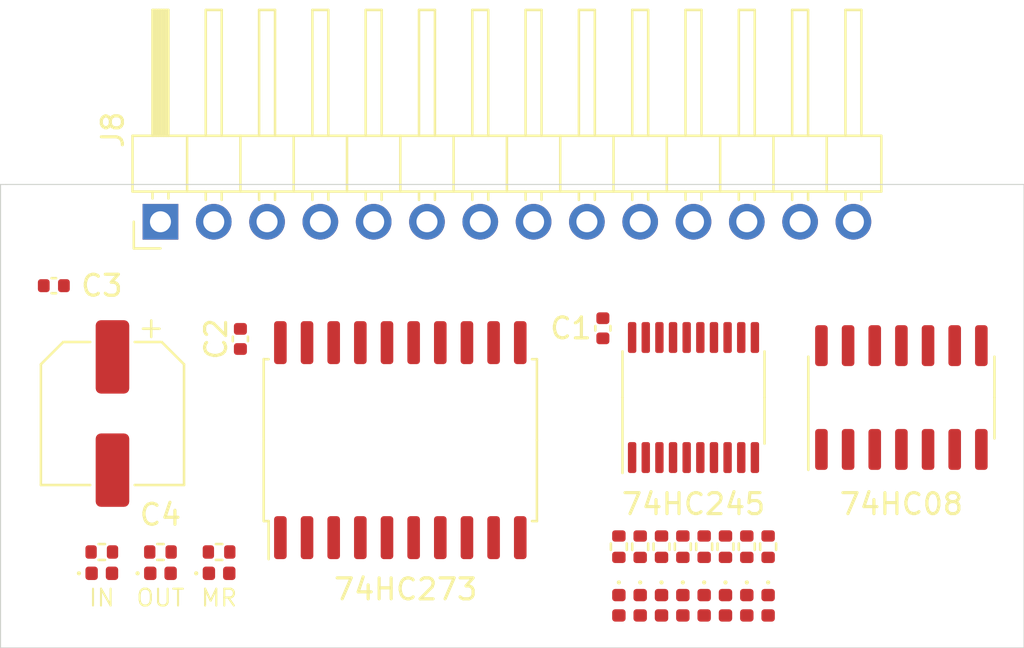
<source format=kicad_pcb>
(kicad_pcb (version 20171130) (host pcbnew "(5.1.9-0-10_14)")

  (general
    (thickness 1.6)
    (drawings 6)
    (tracks 0)
    (zones 0)
    (modules 30)
    (nets 35)
  )

  (page A4)
  (layers
    (0 F.Cu signal)
    (31 B.Cu signal)
    (32 B.Adhes user)
    (33 F.Adhes user)
    (34 B.Paste user)
    (35 F.Paste user)
    (36 B.SilkS user)
    (37 F.SilkS user)
    (38 B.Mask user)
    (39 F.Mask user)
    (40 Dwgs.User user)
    (41 Cmts.User user)
    (42 Eco1.User user)
    (43 Eco2.User user)
    (44 Edge.Cuts user)
    (45 Margin user)
    (46 B.CrtYd user)
    (47 F.CrtYd user)
    (48 B.Fab user)
    (49 F.Fab user)
  )

  (setup
    (last_trace_width 0.25)
    (trace_clearance 0.2)
    (zone_clearance 0.508)
    (zone_45_only no)
    (trace_min 0.2)
    (via_size 0.8)
    (via_drill 0.4)
    (via_min_size 0.4)
    (via_min_drill 0.3)
    (uvia_size 0.3)
    (uvia_drill 0.1)
    (uvias_allowed no)
    (uvia_min_size 0.2)
    (uvia_min_drill 0.1)
    (edge_width 0.05)
    (segment_width 0.2)
    (pcb_text_width 0.3)
    (pcb_text_size 1.5 1.5)
    (mod_edge_width 0.12)
    (mod_text_size 1 1)
    (mod_text_width 0.15)
    (pad_size 1.524 1.524)
    (pad_drill 0.762)
    (pad_to_mask_clearance 0)
    (aux_axis_origin 0 0)
    (visible_elements FFFFFF7F)
    (pcbplotparams
      (layerselection 0x010fc_ffffffff)
      (usegerberextensions false)
      (usegerberattributes true)
      (usegerberadvancedattributes true)
      (creategerberjobfile true)
      (excludeedgelayer true)
      (linewidth 0.100000)
      (plotframeref false)
      (viasonmask false)
      (mode 1)
      (useauxorigin false)
      (hpglpennumber 1)
      (hpglpenspeed 20)
      (hpglpendiameter 15.000000)
      (psnegative false)
      (psa4output false)
      (plotreference true)
      (plotvalue true)
      (plotinvisibletext false)
      (padsonsilk false)
      (subtractmaskfromsilk false)
      (outputformat 1)
      (mirror false)
      (drillshape 1)
      (scaleselection 1)
      (outputdirectory ""))
  )

  (net 0 "")
  (net 1 "Net-(D1-Pad1)")
  (net 2 "Net-(D2-Pad1)")
  (net 3 "Net-(D3-Pad1)")
  (net 4 "Net-(D4-Pad1)")
  (net 5 "Net-(D5-Pad1)")
  (net 6 "Net-(D6-Pad1)")
  (net 7 "Net-(D7-Pad1)")
  (net 8 "Net-(D8-Pad1)")
  (net 9 CLOCK)
  (net 10 GND)
  (net 11 VCC)
  (net 12 MR)
  (net 13 RO)
  (net 14 RI)
  (net 15 BUS_07)
  (net 16 BUS_06)
  (net 17 BUS_05)
  (net 18 BUS_04)
  (net 19 BUS_03)
  (net 20 BUS_02)
  (net 21 BUS_01)
  (net 22 BUS_00)
  (net 23 "Net-(U1-Pad11)")
  (net 24 /R0)
  (net 25 /R1)
  (net 26 /R2)
  (net 27 /R3)
  (net 28 /R4)
  (net 29 /R5)
  (net 30 /R6)
  (net 31 /R7)
  (net 32 "Net-(D9-Pad1)")
  (net 33 "Net-(D10-Pad1)")
  (net 34 "Net-(D11-Pad1)")

  (net_class Default "This is the default net class."
    (clearance 0.2)
    (trace_width 0.25)
    (via_dia 0.8)
    (via_drill 0.4)
    (uvia_dia 0.3)
    (uvia_drill 0.1)
    (add_net /R0)
    (add_net /R1)
    (add_net /R2)
    (add_net /R3)
    (add_net /R4)
    (add_net /R5)
    (add_net /R6)
    (add_net /R7)
    (add_net BUS_00)
    (add_net BUS_01)
    (add_net BUS_02)
    (add_net BUS_03)
    (add_net BUS_04)
    (add_net BUS_05)
    (add_net BUS_06)
    (add_net BUS_07)
    (add_net CLOCK)
    (add_net GND)
    (add_net MR)
    (add_net "Net-(D1-Pad1)")
    (add_net "Net-(D10-Pad1)")
    (add_net "Net-(D11-Pad1)")
    (add_net "Net-(D2-Pad1)")
    (add_net "Net-(D3-Pad1)")
    (add_net "Net-(D4-Pad1)")
    (add_net "Net-(D5-Pad1)")
    (add_net "Net-(D6-Pad1)")
    (add_net "Net-(D7-Pad1)")
    (add_net "Net-(D8-Pad1)")
    (add_net "Net-(D9-Pad1)")
    (add_net "Net-(U1-Pad11)")
    (add_net RI)
    (add_net RO)
    (add_net VCC)
  )

  (module Resistor_SMD:R_0402_1005Metric (layer F.Cu) (tedit 5F68FEEE) (tstamp 60E05A4F)
    (at 80.518 49.53)
    (descr "Resistor SMD 0402 (1005 Metric), square (rectangular) end terminal, IPC_7351 nominal, (Body size source: IPC-SM-782 page 72, https://www.pcb-3d.com/wordpress/wp-content/uploads/ipc-sm-782a_amendment_1_and_2.pdf), generated with kicad-footprint-generator")
    (tags resistor)
    (path /6139EDDA)
    (attr smd)
    (fp_text reference R11 (at 0 -1.17) (layer F.SilkS) hide
      (effects (font (size 1 1) (thickness 0.15)))
    )
    (fp_text value R_Small_US (at 0 1.17) (layer F.Fab) hide
      (effects (font (size 1 1) (thickness 0.15)))
    )
    (fp_text user %R (at 0 0) (layer F.Fab) hide
      (effects (font (size 0.26 0.26) (thickness 0.04)))
    )
    (fp_line (start -0.525 0.27) (end -0.525 -0.27) (layer F.Fab) (width 0.1))
    (fp_line (start -0.525 -0.27) (end 0.525 -0.27) (layer F.Fab) (width 0.1))
    (fp_line (start 0.525 -0.27) (end 0.525 0.27) (layer F.Fab) (width 0.1))
    (fp_line (start 0.525 0.27) (end -0.525 0.27) (layer F.Fab) (width 0.1))
    (fp_line (start -0.153641 -0.38) (end 0.153641 -0.38) (layer F.SilkS) (width 0.12))
    (fp_line (start -0.153641 0.38) (end 0.153641 0.38) (layer F.SilkS) (width 0.12))
    (fp_line (start -0.93 0.47) (end -0.93 -0.47) (layer F.CrtYd) (width 0.05))
    (fp_line (start -0.93 -0.47) (end 0.93 -0.47) (layer F.CrtYd) (width 0.05))
    (fp_line (start 0.93 -0.47) (end 0.93 0.47) (layer F.CrtYd) (width 0.05))
    (fp_line (start 0.93 0.47) (end -0.93 0.47) (layer F.CrtYd) (width 0.05))
    (pad 2 smd roundrect (at 0.51 0) (size 0.54 0.64) (layers F.Cu F.Paste F.Mask) (roundrect_rratio 0.25)
      (net 10 GND))
    (pad 1 smd roundrect (at -0.51 0) (size 0.54 0.64) (layers F.Cu F.Paste F.Mask) (roundrect_rratio 0.25)
      (net 34 "Net-(D11-Pad1)"))
    (model ${KISYS3DMOD}/Resistor_SMD.3dshapes/R_0402_1005Metric.wrl
      (at (xyz 0 0 0))
      (scale (xyz 1 1 1))
      (rotate (xyz 0 0 0))
    )
  )

  (module Resistor_SMD:R_0402_1005Metric (layer F.Cu) (tedit 5F68FEEE) (tstamp 60E05A3E)
    (at 83.312 49.53)
    (descr "Resistor SMD 0402 (1005 Metric), square (rectangular) end terminal, IPC_7351 nominal, (Body size source: IPC-SM-782 page 72, https://www.pcb-3d.com/wordpress/wp-content/uploads/ipc-sm-782a_amendment_1_and_2.pdf), generated with kicad-footprint-generator")
    (tags resistor)
    (path /6139687B)
    (attr smd)
    (fp_text reference R10 (at 0 -1.17) (layer F.SilkS) hide
      (effects (font (size 1 1) (thickness 0.15)))
    )
    (fp_text value R_Small_US (at 0 1.17) (layer F.Fab) hide
      (effects (font (size 1 1) (thickness 0.15)))
    )
    (fp_text user %R (at 0 0) (layer F.Fab) hide
      (effects (font (size 0.26 0.26) (thickness 0.04)))
    )
    (fp_line (start -0.525 0.27) (end -0.525 -0.27) (layer F.Fab) (width 0.1))
    (fp_line (start -0.525 -0.27) (end 0.525 -0.27) (layer F.Fab) (width 0.1))
    (fp_line (start 0.525 -0.27) (end 0.525 0.27) (layer F.Fab) (width 0.1))
    (fp_line (start 0.525 0.27) (end -0.525 0.27) (layer F.Fab) (width 0.1))
    (fp_line (start -0.153641 -0.38) (end 0.153641 -0.38) (layer F.SilkS) (width 0.12))
    (fp_line (start -0.153641 0.38) (end 0.153641 0.38) (layer F.SilkS) (width 0.12))
    (fp_line (start -0.93 0.47) (end -0.93 -0.47) (layer F.CrtYd) (width 0.05))
    (fp_line (start -0.93 -0.47) (end 0.93 -0.47) (layer F.CrtYd) (width 0.05))
    (fp_line (start 0.93 -0.47) (end 0.93 0.47) (layer F.CrtYd) (width 0.05))
    (fp_line (start 0.93 0.47) (end -0.93 0.47) (layer F.CrtYd) (width 0.05))
    (pad 2 smd roundrect (at 0.51 0) (size 0.54 0.64) (layers F.Cu F.Paste F.Mask) (roundrect_rratio 0.25)
      (net 10 GND))
    (pad 1 smd roundrect (at -0.51 0) (size 0.54 0.64) (layers F.Cu F.Paste F.Mask) (roundrect_rratio 0.25)
      (net 33 "Net-(D10-Pad1)"))
    (model ${KISYS3DMOD}/Resistor_SMD.3dshapes/R_0402_1005Metric.wrl
      (at (xyz 0 0 0))
      (scale (xyz 1 1 1))
      (rotate (xyz 0 0 0))
    )
  )

  (module Resistor_SMD:R_0402_1005Metric (layer F.Cu) (tedit 5F68FEEE) (tstamp 60E05A2D)
    (at 77.724 49.53)
    (descr "Resistor SMD 0402 (1005 Metric), square (rectangular) end terminal, IPC_7351 nominal, (Body size source: IPC-SM-782 page 72, https://www.pcb-3d.com/wordpress/wp-content/uploads/ipc-sm-782a_amendment_1_and_2.pdf), generated with kicad-footprint-generator")
    (tags resistor)
    (path /6138F4D3)
    (attr smd)
    (fp_text reference R9 (at 0 -1.17) (layer F.SilkS) hide
      (effects (font (size 1 1) (thickness 0.15)))
    )
    (fp_text value R_Small_US (at 0 1.17) (layer F.Fab) hide
      (effects (font (size 1 1) (thickness 0.15)))
    )
    (fp_text user %R (at 0 0) (layer F.Fab) hide
      (effects (font (size 0.26 0.26) (thickness 0.04)))
    )
    (fp_line (start -0.525 0.27) (end -0.525 -0.27) (layer F.Fab) (width 0.1))
    (fp_line (start -0.525 -0.27) (end 0.525 -0.27) (layer F.Fab) (width 0.1))
    (fp_line (start 0.525 -0.27) (end 0.525 0.27) (layer F.Fab) (width 0.1))
    (fp_line (start 0.525 0.27) (end -0.525 0.27) (layer F.Fab) (width 0.1))
    (fp_line (start -0.153641 -0.38) (end 0.153641 -0.38) (layer F.SilkS) (width 0.12))
    (fp_line (start -0.153641 0.38) (end 0.153641 0.38) (layer F.SilkS) (width 0.12))
    (fp_line (start -0.93 0.47) (end -0.93 -0.47) (layer F.CrtYd) (width 0.05))
    (fp_line (start -0.93 -0.47) (end 0.93 -0.47) (layer F.CrtYd) (width 0.05))
    (fp_line (start 0.93 -0.47) (end 0.93 0.47) (layer F.CrtYd) (width 0.05))
    (fp_line (start 0.93 0.47) (end -0.93 0.47) (layer F.CrtYd) (width 0.05))
    (pad 2 smd roundrect (at 0.51 0) (size 0.54 0.64) (layers F.Cu F.Paste F.Mask) (roundrect_rratio 0.25)
      (net 10 GND))
    (pad 1 smd roundrect (at -0.51 0) (size 0.54 0.64) (layers F.Cu F.Paste F.Mask) (roundrect_rratio 0.25)
      (net 32 "Net-(D9-Pad1)"))
    (model ${KISYS3DMOD}/Resistor_SMD.3dshapes/R_0402_1005Metric.wrl
      (at (xyz 0 0 0))
      (scale (xyz 1 1 1))
      (rotate (xyz 0 0 0))
    )
  )

  (module LED_SMD:LED_0402_1005Metric (layer F.Cu) (tedit 5F68FEF1) (tstamp 60E05780)
    (at 80.518 50.546)
    (descr "LED SMD 0402 (1005 Metric), square (rectangular) end terminal, IPC_7351 nominal, (Body size source: http://www.tortai-tech.com/upload/download/2011102023233369053.pdf), generated with kicad-footprint-generator")
    (tags LED)
    (path /6139EDCF)
    (attr smd)
    (fp_text reference D11 (at 0 -1.17) (layer F.SilkS) hide
      (effects (font (size 1 1) (thickness 0.15)))
    )
    (fp_text value OUT (at 0 1.17) (layer F.SilkS)
      (effects (font (size 0.8 0.8) (thickness 0.1)))
    )
    (fp_text user %R (at 0 0) (layer F.Fab) hide
      (effects (font (size 0.25 0.25) (thickness 0.04)))
    )
    (fp_circle (center -1.09 0) (end -1.04 0) (layer F.SilkS) (width 0.1))
    (fp_line (start -0.5 0.25) (end -0.5 -0.25) (layer F.Fab) (width 0.1))
    (fp_line (start -0.5 -0.25) (end 0.5 -0.25) (layer F.Fab) (width 0.1))
    (fp_line (start 0.5 -0.25) (end 0.5 0.25) (layer F.Fab) (width 0.1))
    (fp_line (start 0.5 0.25) (end -0.5 0.25) (layer F.Fab) (width 0.1))
    (fp_line (start -0.4 0.25) (end -0.4 -0.25) (layer F.Fab) (width 0.1))
    (fp_line (start -0.3 0.25) (end -0.3 -0.25) (layer F.Fab) (width 0.1))
    (fp_line (start -0.93 0.47) (end -0.93 -0.47) (layer F.CrtYd) (width 0.05))
    (fp_line (start -0.93 -0.47) (end 0.93 -0.47) (layer F.CrtYd) (width 0.05))
    (fp_line (start 0.93 -0.47) (end 0.93 0.47) (layer F.CrtYd) (width 0.05))
    (fp_line (start 0.93 0.47) (end -0.93 0.47) (layer F.CrtYd) (width 0.05))
    (pad 2 smd roundrect (at 0.485 0) (size 0.59 0.64) (layers F.Cu F.Paste F.Mask) (roundrect_rratio 0.25)
      (net 13 RO))
    (pad 1 smd roundrect (at -0.485 0) (size 0.59 0.64) (layers F.Cu F.Paste F.Mask) (roundrect_rratio 0.25)
      (net 34 "Net-(D11-Pad1)"))
    (model ${KISYS3DMOD}/LED_SMD.3dshapes/LED_0402_1005Metric.wrl
      (at (xyz 0 0 0))
      (scale (xyz 1 1 1))
      (rotate (xyz 0 0 0))
    )
  )

  (module LED_SMD:LED_0402_1005Metric (layer F.Cu) (tedit 5F68FEF1) (tstamp 60E05D6B)
    (at 83.312 50.546)
    (descr "LED SMD 0402 (1005 Metric), square (rectangular) end terminal, IPC_7351 nominal, (Body size source: http://www.tortai-tech.com/upload/download/2011102023233369053.pdf), generated with kicad-footprint-generator")
    (tags LED)
    (path /61396870)
    (attr smd)
    (fp_text reference D10 (at 0 -1.17) (layer F.SilkS) hide
      (effects (font (size 1 1) (thickness 0.15)))
    )
    (fp_text value MR (at 0 1.17) (layer F.SilkS)
      (effects (font (size 0.8 0.8) (thickness 0.1)))
    )
    (fp_text user %R (at 0 0) (layer F.Fab) hide
      (effects (font (size 0.25 0.25) (thickness 0.04)))
    )
    (fp_circle (center -1.09 0) (end -1.04 0) (layer F.SilkS) (width 0.1))
    (fp_line (start -0.5 0.25) (end -0.5 -0.25) (layer F.Fab) (width 0.1))
    (fp_line (start -0.5 -0.25) (end 0.5 -0.25) (layer F.Fab) (width 0.1))
    (fp_line (start 0.5 -0.25) (end 0.5 0.25) (layer F.Fab) (width 0.1))
    (fp_line (start 0.5 0.25) (end -0.5 0.25) (layer F.Fab) (width 0.1))
    (fp_line (start -0.4 0.25) (end -0.4 -0.25) (layer F.Fab) (width 0.1))
    (fp_line (start -0.3 0.25) (end -0.3 -0.25) (layer F.Fab) (width 0.1))
    (fp_line (start -0.93 0.47) (end -0.93 -0.47) (layer F.CrtYd) (width 0.05))
    (fp_line (start -0.93 -0.47) (end 0.93 -0.47) (layer F.CrtYd) (width 0.05))
    (fp_line (start 0.93 -0.47) (end 0.93 0.47) (layer F.CrtYd) (width 0.05))
    (fp_line (start 0.93 0.47) (end -0.93 0.47) (layer F.CrtYd) (width 0.05))
    (pad 2 smd roundrect (at 0.485 0) (size 0.59 0.64) (layers F.Cu F.Paste F.Mask) (roundrect_rratio 0.25)
      (net 12 MR))
    (pad 1 smd roundrect (at -0.485 0) (size 0.59 0.64) (layers F.Cu F.Paste F.Mask) (roundrect_rratio 0.25)
      (net 33 "Net-(D10-Pad1)"))
    (model ${KISYS3DMOD}/LED_SMD.3dshapes/LED_0402_1005Metric.wrl
      (at (xyz 0 0 0))
      (scale (xyz 1 1 1))
      (rotate (xyz 0 0 0))
    )
  )

  (module LED_SMD:LED_0402_1005Metric (layer F.Cu) (tedit 5F68FEF1) (tstamp 60E05C33)
    (at 77.724 50.546)
    (descr "LED SMD 0402 (1005 Metric), square (rectangular) end terminal, IPC_7351 nominal, (Body size source: http://www.tortai-tech.com/upload/download/2011102023233369053.pdf), generated with kicad-footprint-generator")
    (tags LED)
    (path /6138F4C8)
    (attr smd)
    (fp_text reference D9 (at 0 -1.17) (layer F.SilkS) hide
      (effects (font (size 1 1) (thickness 0.15)))
    )
    (fp_text value IN (at 0 1.17) (layer F.SilkS)
      (effects (font (size 0.8 0.8) (thickness 0.1)))
    )
    (fp_text user %R (at 0 0) (layer F.Fab) hide
      (effects (font (size 0.25 0.25) (thickness 0.04)))
    )
    (fp_circle (center -1.09 0) (end -1.04 0) (layer F.SilkS) (width 0.1))
    (fp_line (start -0.5 0.25) (end -0.5 -0.25) (layer F.Fab) (width 0.1))
    (fp_line (start -0.5 -0.25) (end 0.5 -0.25) (layer F.Fab) (width 0.1))
    (fp_line (start 0.5 -0.25) (end 0.5 0.25) (layer F.Fab) (width 0.1))
    (fp_line (start 0.5 0.25) (end -0.5 0.25) (layer F.Fab) (width 0.1))
    (fp_line (start -0.4 0.25) (end -0.4 -0.25) (layer F.Fab) (width 0.1))
    (fp_line (start -0.3 0.25) (end -0.3 -0.25) (layer F.Fab) (width 0.1))
    (fp_line (start -0.93 0.47) (end -0.93 -0.47) (layer F.CrtYd) (width 0.05))
    (fp_line (start -0.93 -0.47) (end 0.93 -0.47) (layer F.CrtYd) (width 0.05))
    (fp_line (start 0.93 -0.47) (end 0.93 0.47) (layer F.CrtYd) (width 0.05))
    (fp_line (start 0.93 0.47) (end -0.93 0.47) (layer F.CrtYd) (width 0.05))
    (pad 2 smd roundrect (at 0.485 0) (size 0.59 0.64) (layers F.Cu F.Paste F.Mask) (roundrect_rratio 0.25)
      (net 14 RI))
    (pad 1 smd roundrect (at -0.485 0) (size 0.59 0.64) (layers F.Cu F.Paste F.Mask) (roundrect_rratio 0.25)
      (net 32 "Net-(D9-Pad1)"))
    (model ${KISYS3DMOD}/LED_SMD.3dshapes/LED_0402_1005Metric.wrl
      (at (xyz 0 0 0))
      (scale (xyz 1 1 1))
      (rotate (xyz 0 0 0))
    )
  )

  (module Connector_PinHeader_2.54mm:PinHeader_1x14_P2.54mm_Horizontal (layer F.Cu) (tedit 59FED5CB) (tstamp 60DFCBDA)
    (at 80.518 33.782 90)
    (descr "Through hole angled pin header, 1x14, 2.54mm pitch, 6mm pin length, single row")
    (tags "Through hole angled pin header THT 1x14 2.54mm single row")
    (path /60DD85CB)
    (fp_text reference J8 (at 4.385 -2.27 90) (layer F.SilkS)
      (effects (font (size 1 1) (thickness 0.15)))
    )
    (fp_text value Conn_01x14 (at 4.385 35.29 90) (layer F.Fab)
      (effects (font (size 1 1) (thickness 0.15)))
    )
    (fp_line (start 10.55 -1.8) (end -1.8 -1.8) (layer F.CrtYd) (width 0.05))
    (fp_line (start 10.55 34.8) (end 10.55 -1.8) (layer F.CrtYd) (width 0.05))
    (fp_line (start -1.8 34.8) (end 10.55 34.8) (layer F.CrtYd) (width 0.05))
    (fp_line (start -1.8 -1.8) (end -1.8 34.8) (layer F.CrtYd) (width 0.05))
    (fp_line (start -1.27 -1.27) (end 0 -1.27) (layer F.SilkS) (width 0.12))
    (fp_line (start -1.27 0) (end -1.27 -1.27) (layer F.SilkS) (width 0.12))
    (fp_line (start 1.042929 33.4) (end 1.44 33.4) (layer F.SilkS) (width 0.12))
    (fp_line (start 1.042929 32.64) (end 1.44 32.64) (layer F.SilkS) (width 0.12))
    (fp_line (start 10.1 33.4) (end 4.1 33.4) (layer F.SilkS) (width 0.12))
    (fp_line (start 10.1 32.64) (end 10.1 33.4) (layer F.SilkS) (width 0.12))
    (fp_line (start 4.1 32.64) (end 10.1 32.64) (layer F.SilkS) (width 0.12))
    (fp_line (start 1.44 31.75) (end 4.1 31.75) (layer F.SilkS) (width 0.12))
    (fp_line (start 1.042929 30.86) (end 1.44 30.86) (layer F.SilkS) (width 0.12))
    (fp_line (start 1.042929 30.1) (end 1.44 30.1) (layer F.SilkS) (width 0.12))
    (fp_line (start 10.1 30.86) (end 4.1 30.86) (layer F.SilkS) (width 0.12))
    (fp_line (start 10.1 30.1) (end 10.1 30.86) (layer F.SilkS) (width 0.12))
    (fp_line (start 4.1 30.1) (end 10.1 30.1) (layer F.SilkS) (width 0.12))
    (fp_line (start 1.44 29.21) (end 4.1 29.21) (layer F.SilkS) (width 0.12))
    (fp_line (start 1.042929 28.32) (end 1.44 28.32) (layer F.SilkS) (width 0.12))
    (fp_line (start 1.042929 27.56) (end 1.44 27.56) (layer F.SilkS) (width 0.12))
    (fp_line (start 10.1 28.32) (end 4.1 28.32) (layer F.SilkS) (width 0.12))
    (fp_line (start 10.1 27.56) (end 10.1 28.32) (layer F.SilkS) (width 0.12))
    (fp_line (start 4.1 27.56) (end 10.1 27.56) (layer F.SilkS) (width 0.12))
    (fp_line (start 1.44 26.67) (end 4.1 26.67) (layer F.SilkS) (width 0.12))
    (fp_line (start 1.042929 25.78) (end 1.44 25.78) (layer F.SilkS) (width 0.12))
    (fp_line (start 1.042929 25.02) (end 1.44 25.02) (layer F.SilkS) (width 0.12))
    (fp_line (start 10.1 25.78) (end 4.1 25.78) (layer F.SilkS) (width 0.12))
    (fp_line (start 10.1 25.02) (end 10.1 25.78) (layer F.SilkS) (width 0.12))
    (fp_line (start 4.1 25.02) (end 10.1 25.02) (layer F.SilkS) (width 0.12))
    (fp_line (start 1.44 24.13) (end 4.1 24.13) (layer F.SilkS) (width 0.12))
    (fp_line (start 1.042929 23.24) (end 1.44 23.24) (layer F.SilkS) (width 0.12))
    (fp_line (start 1.042929 22.48) (end 1.44 22.48) (layer F.SilkS) (width 0.12))
    (fp_line (start 10.1 23.24) (end 4.1 23.24) (layer F.SilkS) (width 0.12))
    (fp_line (start 10.1 22.48) (end 10.1 23.24) (layer F.SilkS) (width 0.12))
    (fp_line (start 4.1 22.48) (end 10.1 22.48) (layer F.SilkS) (width 0.12))
    (fp_line (start 1.44 21.59) (end 4.1 21.59) (layer F.SilkS) (width 0.12))
    (fp_line (start 1.042929 20.7) (end 1.44 20.7) (layer F.SilkS) (width 0.12))
    (fp_line (start 1.042929 19.94) (end 1.44 19.94) (layer F.SilkS) (width 0.12))
    (fp_line (start 10.1 20.7) (end 4.1 20.7) (layer F.SilkS) (width 0.12))
    (fp_line (start 10.1 19.94) (end 10.1 20.7) (layer F.SilkS) (width 0.12))
    (fp_line (start 4.1 19.94) (end 10.1 19.94) (layer F.SilkS) (width 0.12))
    (fp_line (start 1.44 19.05) (end 4.1 19.05) (layer F.SilkS) (width 0.12))
    (fp_line (start 1.042929 18.16) (end 1.44 18.16) (layer F.SilkS) (width 0.12))
    (fp_line (start 1.042929 17.4) (end 1.44 17.4) (layer F.SilkS) (width 0.12))
    (fp_line (start 10.1 18.16) (end 4.1 18.16) (layer F.SilkS) (width 0.12))
    (fp_line (start 10.1 17.4) (end 10.1 18.16) (layer F.SilkS) (width 0.12))
    (fp_line (start 4.1 17.4) (end 10.1 17.4) (layer F.SilkS) (width 0.12))
    (fp_line (start 1.44 16.51) (end 4.1 16.51) (layer F.SilkS) (width 0.12))
    (fp_line (start 1.042929 15.62) (end 1.44 15.62) (layer F.SilkS) (width 0.12))
    (fp_line (start 1.042929 14.86) (end 1.44 14.86) (layer F.SilkS) (width 0.12))
    (fp_line (start 10.1 15.62) (end 4.1 15.62) (layer F.SilkS) (width 0.12))
    (fp_line (start 10.1 14.86) (end 10.1 15.62) (layer F.SilkS) (width 0.12))
    (fp_line (start 4.1 14.86) (end 10.1 14.86) (layer F.SilkS) (width 0.12))
    (fp_line (start 1.44 13.97) (end 4.1 13.97) (layer F.SilkS) (width 0.12))
    (fp_line (start 1.042929 13.08) (end 1.44 13.08) (layer F.SilkS) (width 0.12))
    (fp_line (start 1.042929 12.32) (end 1.44 12.32) (layer F.SilkS) (width 0.12))
    (fp_line (start 10.1 13.08) (end 4.1 13.08) (layer F.SilkS) (width 0.12))
    (fp_line (start 10.1 12.32) (end 10.1 13.08) (layer F.SilkS) (width 0.12))
    (fp_line (start 4.1 12.32) (end 10.1 12.32) (layer F.SilkS) (width 0.12))
    (fp_line (start 1.44 11.43) (end 4.1 11.43) (layer F.SilkS) (width 0.12))
    (fp_line (start 1.042929 10.54) (end 1.44 10.54) (layer F.SilkS) (width 0.12))
    (fp_line (start 1.042929 9.78) (end 1.44 9.78) (layer F.SilkS) (width 0.12))
    (fp_line (start 10.1 10.54) (end 4.1 10.54) (layer F.SilkS) (width 0.12))
    (fp_line (start 10.1 9.78) (end 10.1 10.54) (layer F.SilkS) (width 0.12))
    (fp_line (start 4.1 9.78) (end 10.1 9.78) (layer F.SilkS) (width 0.12))
    (fp_line (start 1.44 8.89) (end 4.1 8.89) (layer F.SilkS) (width 0.12))
    (fp_line (start 1.042929 8) (end 1.44 8) (layer F.SilkS) (width 0.12))
    (fp_line (start 1.042929 7.24) (end 1.44 7.24) (layer F.SilkS) (width 0.12))
    (fp_line (start 10.1 8) (end 4.1 8) (layer F.SilkS) (width 0.12))
    (fp_line (start 10.1 7.24) (end 10.1 8) (layer F.SilkS) (width 0.12))
    (fp_line (start 4.1 7.24) (end 10.1 7.24) (layer F.SilkS) (width 0.12))
    (fp_line (start 1.44 6.35) (end 4.1 6.35) (layer F.SilkS) (width 0.12))
    (fp_line (start 1.042929 5.46) (end 1.44 5.46) (layer F.SilkS) (width 0.12))
    (fp_line (start 1.042929 4.7) (end 1.44 4.7) (layer F.SilkS) (width 0.12))
    (fp_line (start 10.1 5.46) (end 4.1 5.46) (layer F.SilkS) (width 0.12))
    (fp_line (start 10.1 4.7) (end 10.1 5.46) (layer F.SilkS) (width 0.12))
    (fp_line (start 4.1 4.7) (end 10.1 4.7) (layer F.SilkS) (width 0.12))
    (fp_line (start 1.44 3.81) (end 4.1 3.81) (layer F.SilkS) (width 0.12))
    (fp_line (start 1.042929 2.92) (end 1.44 2.92) (layer F.SilkS) (width 0.12))
    (fp_line (start 1.042929 2.16) (end 1.44 2.16) (layer F.SilkS) (width 0.12))
    (fp_line (start 10.1 2.92) (end 4.1 2.92) (layer F.SilkS) (width 0.12))
    (fp_line (start 10.1 2.16) (end 10.1 2.92) (layer F.SilkS) (width 0.12))
    (fp_line (start 4.1 2.16) (end 10.1 2.16) (layer F.SilkS) (width 0.12))
    (fp_line (start 1.44 1.27) (end 4.1 1.27) (layer F.SilkS) (width 0.12))
    (fp_line (start 1.11 0.38) (end 1.44 0.38) (layer F.SilkS) (width 0.12))
    (fp_line (start 1.11 -0.38) (end 1.44 -0.38) (layer F.SilkS) (width 0.12))
    (fp_line (start 4.1 0.28) (end 10.1 0.28) (layer F.SilkS) (width 0.12))
    (fp_line (start 4.1 0.16) (end 10.1 0.16) (layer F.SilkS) (width 0.12))
    (fp_line (start 4.1 0.04) (end 10.1 0.04) (layer F.SilkS) (width 0.12))
    (fp_line (start 4.1 -0.08) (end 10.1 -0.08) (layer F.SilkS) (width 0.12))
    (fp_line (start 4.1 -0.2) (end 10.1 -0.2) (layer F.SilkS) (width 0.12))
    (fp_line (start 4.1 -0.32) (end 10.1 -0.32) (layer F.SilkS) (width 0.12))
    (fp_line (start 10.1 0.38) (end 4.1 0.38) (layer F.SilkS) (width 0.12))
    (fp_line (start 10.1 -0.38) (end 10.1 0.38) (layer F.SilkS) (width 0.12))
    (fp_line (start 4.1 -0.38) (end 10.1 -0.38) (layer F.SilkS) (width 0.12))
    (fp_line (start 4.1 -1.33) (end 1.44 -1.33) (layer F.SilkS) (width 0.12))
    (fp_line (start 4.1 34.35) (end 4.1 -1.33) (layer F.SilkS) (width 0.12))
    (fp_line (start 1.44 34.35) (end 4.1 34.35) (layer F.SilkS) (width 0.12))
    (fp_line (start 1.44 -1.33) (end 1.44 34.35) (layer F.SilkS) (width 0.12))
    (fp_line (start 4.04 33.34) (end 10.04 33.34) (layer F.Fab) (width 0.1))
    (fp_line (start 10.04 32.7) (end 10.04 33.34) (layer F.Fab) (width 0.1))
    (fp_line (start 4.04 32.7) (end 10.04 32.7) (layer F.Fab) (width 0.1))
    (fp_line (start -0.32 33.34) (end 1.5 33.34) (layer F.Fab) (width 0.1))
    (fp_line (start -0.32 32.7) (end -0.32 33.34) (layer F.Fab) (width 0.1))
    (fp_line (start -0.32 32.7) (end 1.5 32.7) (layer F.Fab) (width 0.1))
    (fp_line (start 4.04 30.8) (end 10.04 30.8) (layer F.Fab) (width 0.1))
    (fp_line (start 10.04 30.16) (end 10.04 30.8) (layer F.Fab) (width 0.1))
    (fp_line (start 4.04 30.16) (end 10.04 30.16) (layer F.Fab) (width 0.1))
    (fp_line (start -0.32 30.8) (end 1.5 30.8) (layer F.Fab) (width 0.1))
    (fp_line (start -0.32 30.16) (end -0.32 30.8) (layer F.Fab) (width 0.1))
    (fp_line (start -0.32 30.16) (end 1.5 30.16) (layer F.Fab) (width 0.1))
    (fp_line (start 4.04 28.26) (end 10.04 28.26) (layer F.Fab) (width 0.1))
    (fp_line (start 10.04 27.62) (end 10.04 28.26) (layer F.Fab) (width 0.1))
    (fp_line (start 4.04 27.62) (end 10.04 27.62) (layer F.Fab) (width 0.1))
    (fp_line (start -0.32 28.26) (end 1.5 28.26) (layer F.Fab) (width 0.1))
    (fp_line (start -0.32 27.62) (end -0.32 28.26) (layer F.Fab) (width 0.1))
    (fp_line (start -0.32 27.62) (end 1.5 27.62) (layer F.Fab) (width 0.1))
    (fp_line (start 4.04 25.72) (end 10.04 25.72) (layer F.Fab) (width 0.1))
    (fp_line (start 10.04 25.08) (end 10.04 25.72) (layer F.Fab) (width 0.1))
    (fp_line (start 4.04 25.08) (end 10.04 25.08) (layer F.Fab) (width 0.1))
    (fp_line (start -0.32 25.72) (end 1.5 25.72) (layer F.Fab) (width 0.1))
    (fp_line (start -0.32 25.08) (end -0.32 25.72) (layer F.Fab) (width 0.1))
    (fp_line (start -0.32 25.08) (end 1.5 25.08) (layer F.Fab) (width 0.1))
    (fp_line (start 4.04 23.18) (end 10.04 23.18) (layer F.Fab) (width 0.1))
    (fp_line (start 10.04 22.54) (end 10.04 23.18) (layer F.Fab) (width 0.1))
    (fp_line (start 4.04 22.54) (end 10.04 22.54) (layer F.Fab) (width 0.1))
    (fp_line (start -0.32 23.18) (end 1.5 23.18) (layer F.Fab) (width 0.1))
    (fp_line (start -0.32 22.54) (end -0.32 23.18) (layer F.Fab) (width 0.1))
    (fp_line (start -0.32 22.54) (end 1.5 22.54) (layer F.Fab) (width 0.1))
    (fp_line (start 4.04 20.64) (end 10.04 20.64) (layer F.Fab) (width 0.1))
    (fp_line (start 10.04 20) (end 10.04 20.64) (layer F.Fab) (width 0.1))
    (fp_line (start 4.04 20) (end 10.04 20) (layer F.Fab) (width 0.1))
    (fp_line (start -0.32 20.64) (end 1.5 20.64) (layer F.Fab) (width 0.1))
    (fp_line (start -0.32 20) (end -0.32 20.64) (layer F.Fab) (width 0.1))
    (fp_line (start -0.32 20) (end 1.5 20) (layer F.Fab) (width 0.1))
    (fp_line (start 4.04 18.1) (end 10.04 18.1) (layer F.Fab) (width 0.1))
    (fp_line (start 10.04 17.46) (end 10.04 18.1) (layer F.Fab) (width 0.1))
    (fp_line (start 4.04 17.46) (end 10.04 17.46) (layer F.Fab) (width 0.1))
    (fp_line (start -0.32 18.1) (end 1.5 18.1) (layer F.Fab) (width 0.1))
    (fp_line (start -0.32 17.46) (end -0.32 18.1) (layer F.Fab) (width 0.1))
    (fp_line (start -0.32 17.46) (end 1.5 17.46) (layer F.Fab) (width 0.1))
    (fp_line (start 4.04 15.56) (end 10.04 15.56) (layer F.Fab) (width 0.1))
    (fp_line (start 10.04 14.92) (end 10.04 15.56) (layer F.Fab) (width 0.1))
    (fp_line (start 4.04 14.92) (end 10.04 14.92) (layer F.Fab) (width 0.1))
    (fp_line (start -0.32 15.56) (end 1.5 15.56) (layer F.Fab) (width 0.1))
    (fp_line (start -0.32 14.92) (end -0.32 15.56) (layer F.Fab) (width 0.1))
    (fp_line (start -0.32 14.92) (end 1.5 14.92) (layer F.Fab) (width 0.1))
    (fp_line (start 4.04 13.02) (end 10.04 13.02) (layer F.Fab) (width 0.1))
    (fp_line (start 10.04 12.38) (end 10.04 13.02) (layer F.Fab) (width 0.1))
    (fp_line (start 4.04 12.38) (end 10.04 12.38) (layer F.Fab) (width 0.1))
    (fp_line (start -0.32 13.02) (end 1.5 13.02) (layer F.Fab) (width 0.1))
    (fp_line (start -0.32 12.38) (end -0.32 13.02) (layer F.Fab) (width 0.1))
    (fp_line (start -0.32 12.38) (end 1.5 12.38) (layer F.Fab) (width 0.1))
    (fp_line (start 4.04 10.48) (end 10.04 10.48) (layer F.Fab) (width 0.1))
    (fp_line (start 10.04 9.84) (end 10.04 10.48) (layer F.Fab) (width 0.1))
    (fp_line (start 4.04 9.84) (end 10.04 9.84) (layer F.Fab) (width 0.1))
    (fp_line (start -0.32 10.48) (end 1.5 10.48) (layer F.Fab) (width 0.1))
    (fp_line (start -0.32 9.84) (end -0.32 10.48) (layer F.Fab) (width 0.1))
    (fp_line (start -0.32 9.84) (end 1.5 9.84) (layer F.Fab) (width 0.1))
    (fp_line (start 4.04 7.94) (end 10.04 7.94) (layer F.Fab) (width 0.1))
    (fp_line (start 10.04 7.3) (end 10.04 7.94) (layer F.Fab) (width 0.1))
    (fp_line (start 4.04 7.3) (end 10.04 7.3) (layer F.Fab) (width 0.1))
    (fp_line (start -0.32 7.94) (end 1.5 7.94) (layer F.Fab) (width 0.1))
    (fp_line (start -0.32 7.3) (end -0.32 7.94) (layer F.Fab) (width 0.1))
    (fp_line (start -0.32 7.3) (end 1.5 7.3) (layer F.Fab) (width 0.1))
    (fp_line (start 4.04 5.4) (end 10.04 5.4) (layer F.Fab) (width 0.1))
    (fp_line (start 10.04 4.76) (end 10.04 5.4) (layer F.Fab) (width 0.1))
    (fp_line (start 4.04 4.76) (end 10.04 4.76) (layer F.Fab) (width 0.1))
    (fp_line (start -0.32 5.4) (end 1.5 5.4) (layer F.Fab) (width 0.1))
    (fp_line (start -0.32 4.76) (end -0.32 5.4) (layer F.Fab) (width 0.1))
    (fp_line (start -0.32 4.76) (end 1.5 4.76) (layer F.Fab) (width 0.1))
    (fp_line (start 4.04 2.86) (end 10.04 2.86) (layer F.Fab) (width 0.1))
    (fp_line (start 10.04 2.22) (end 10.04 2.86) (layer F.Fab) (width 0.1))
    (fp_line (start 4.04 2.22) (end 10.04 2.22) (layer F.Fab) (width 0.1))
    (fp_line (start -0.32 2.86) (end 1.5 2.86) (layer F.Fab) (width 0.1))
    (fp_line (start -0.32 2.22) (end -0.32 2.86) (layer F.Fab) (width 0.1))
    (fp_line (start -0.32 2.22) (end 1.5 2.22) (layer F.Fab) (width 0.1))
    (fp_line (start 4.04 0.32) (end 10.04 0.32) (layer F.Fab) (width 0.1))
    (fp_line (start 10.04 -0.32) (end 10.04 0.32) (layer F.Fab) (width 0.1))
    (fp_line (start 4.04 -0.32) (end 10.04 -0.32) (layer F.Fab) (width 0.1))
    (fp_line (start -0.32 0.32) (end 1.5 0.32) (layer F.Fab) (width 0.1))
    (fp_line (start -0.32 -0.32) (end -0.32 0.32) (layer F.Fab) (width 0.1))
    (fp_line (start -0.32 -0.32) (end 1.5 -0.32) (layer F.Fab) (width 0.1))
    (fp_line (start 1.5 -0.635) (end 2.135 -1.27) (layer F.Fab) (width 0.1))
    (fp_line (start 1.5 34.29) (end 1.5 -0.635) (layer F.Fab) (width 0.1))
    (fp_line (start 4.04 34.29) (end 1.5 34.29) (layer F.Fab) (width 0.1))
    (fp_line (start 4.04 -1.27) (end 4.04 34.29) (layer F.Fab) (width 0.1))
    (fp_line (start 2.135 -1.27) (end 4.04 -1.27) (layer F.Fab) (width 0.1))
    (fp_text user %R (at 2.77 16.51) (layer F.Fab)
      (effects (font (size 1 1) (thickness 0.15)))
    )
    (pad 14 thru_hole oval (at 0 33.02 90) (size 1.7 1.7) (drill 1) (layers *.Cu *.Mask)
      (net 15 BUS_07))
    (pad 13 thru_hole oval (at 0 30.48 90) (size 1.7 1.7) (drill 1) (layers *.Cu *.Mask)
      (net 16 BUS_06))
    (pad 12 thru_hole oval (at 0 27.94 90) (size 1.7 1.7) (drill 1) (layers *.Cu *.Mask)
      (net 17 BUS_05))
    (pad 11 thru_hole oval (at 0 25.4 90) (size 1.7 1.7) (drill 1) (layers *.Cu *.Mask)
      (net 18 BUS_04))
    (pad 10 thru_hole oval (at 0 22.86 90) (size 1.7 1.7) (drill 1) (layers *.Cu *.Mask)
      (net 19 BUS_03))
    (pad 9 thru_hole oval (at 0 20.32 90) (size 1.7 1.7) (drill 1) (layers *.Cu *.Mask)
      (net 20 BUS_02))
    (pad 8 thru_hole oval (at 0 17.78 90) (size 1.7 1.7) (drill 1) (layers *.Cu *.Mask)
      (net 21 BUS_01))
    (pad 7 thru_hole oval (at 0 15.24 90) (size 1.7 1.7) (drill 1) (layers *.Cu *.Mask)
      (net 22 BUS_00))
    (pad 6 thru_hole oval (at 0 12.7 90) (size 1.7 1.7) (drill 1) (layers *.Cu *.Mask)
      (net 12 MR))
    (pad 5 thru_hole oval (at 0 10.16 90) (size 1.7 1.7) (drill 1) (layers *.Cu *.Mask)
      (net 13 RO))
    (pad 4 thru_hole oval (at 0 7.62 90) (size 1.7 1.7) (drill 1) (layers *.Cu *.Mask)
      (net 14 RI))
    (pad 3 thru_hole oval (at 0 5.08 90) (size 1.7 1.7) (drill 1) (layers *.Cu *.Mask)
      (net 9 CLOCK))
    (pad 2 thru_hole oval (at 0 2.54 90) (size 1.7 1.7) (drill 1) (layers *.Cu *.Mask)
      (net 11 VCC))
    (pad 1 thru_hole rect (at 0 0 90) (size 1.7 1.7) (drill 1) (layers *.Cu *.Mask)
      (net 10 GND))
    (model ${KISYS3DMOD}/Connector_PinHeader_2.54mm.3dshapes/PinHeader_1x14_P2.54mm_Horizontal.wrl
      (at (xyz 0 0 0))
      (scale (xyz 1 1 1))
      (rotate (xyz 0 0 0))
    )
  )

  (module Resistor_SMD:R_0402_1005Metric (layer F.Cu) (tedit 5F68FEEE) (tstamp 60DF94BC)
    (at 102.362 49.276 90)
    (descr "Resistor SMD 0402 (1005 Metric), square (rectangular) end terminal, IPC_7351 nominal, (Body size source: IPC-SM-782 page 72, https://www.pcb-3d.com/wordpress/wp-content/uploads/ipc-sm-782a_amendment_1_and_2.pdf), generated with kicad-footprint-generator")
    (tags resistor)
    (path /61338066)
    (attr smd)
    (fp_text reference R8 (at 0 -1.17 90) (layer F.SilkS) hide
      (effects (font (size 1 1) (thickness 0.15)))
    )
    (fp_text value R_Small_US (at 0 1.17 90) (layer F.Fab) hide
      (effects (font (size 1 1) (thickness 0.15)))
    )
    (fp_line (start 0.93 0.47) (end -0.93 0.47) (layer F.CrtYd) (width 0.05))
    (fp_line (start 0.93 -0.47) (end 0.93 0.47) (layer F.CrtYd) (width 0.05))
    (fp_line (start -0.93 -0.47) (end 0.93 -0.47) (layer F.CrtYd) (width 0.05))
    (fp_line (start -0.93 0.47) (end -0.93 -0.47) (layer F.CrtYd) (width 0.05))
    (fp_line (start -0.153641 0.38) (end 0.153641 0.38) (layer F.SilkS) (width 0.12))
    (fp_line (start -0.153641 -0.38) (end 0.153641 -0.38) (layer F.SilkS) (width 0.12))
    (fp_line (start 0.525 0.27) (end -0.525 0.27) (layer F.Fab) (width 0.1))
    (fp_line (start 0.525 -0.27) (end 0.525 0.27) (layer F.Fab) (width 0.1))
    (fp_line (start -0.525 -0.27) (end 0.525 -0.27) (layer F.Fab) (width 0.1))
    (fp_line (start -0.525 0.27) (end -0.525 -0.27) (layer F.Fab) (width 0.1))
    (fp_text user %R (at 0 0 90) (layer F.Fab) hide
      (effects (font (size 0.26 0.26) (thickness 0.04)))
    )
    (pad 2 smd roundrect (at 0.51 0 90) (size 0.54 0.64) (layers F.Cu F.Paste F.Mask) (roundrect_rratio 0.25)
      (net 10 GND))
    (pad 1 smd roundrect (at -0.51 0 90) (size 0.54 0.64) (layers F.Cu F.Paste F.Mask) (roundrect_rratio 0.25)
      (net 8 "Net-(D8-Pad1)"))
    (model ${KISYS3DMOD}/Resistor_SMD.3dshapes/R_0402_1005Metric.wrl
      (at (xyz 0 0 0))
      (scale (xyz 1 1 1))
      (rotate (xyz 0 0 0))
    )
  )

  (module Resistor_SMD:R_0402_1005Metric (layer F.Cu) (tedit 5F68FEEE) (tstamp 60DF94AB)
    (at 103.378 49.278 90)
    (descr "Resistor SMD 0402 (1005 Metric), square (rectangular) end terminal, IPC_7351 nominal, (Body size source: IPC-SM-782 page 72, https://www.pcb-3d.com/wordpress/wp-content/uploads/ipc-sm-782a_amendment_1_and_2.pdf), generated with kicad-footprint-generator")
    (tags resistor)
    (path /61338050)
    (attr smd)
    (fp_text reference R7 (at 0 -1.17 90) (layer F.SilkS) hide
      (effects (font (size 1 1) (thickness 0.15)))
    )
    (fp_text value R_Small_US (at 0 1.17 90) (layer F.Fab) hide
      (effects (font (size 1 1) (thickness 0.15)))
    )
    (fp_line (start 0.93 0.47) (end -0.93 0.47) (layer F.CrtYd) (width 0.05))
    (fp_line (start 0.93 -0.47) (end 0.93 0.47) (layer F.CrtYd) (width 0.05))
    (fp_line (start -0.93 -0.47) (end 0.93 -0.47) (layer F.CrtYd) (width 0.05))
    (fp_line (start -0.93 0.47) (end -0.93 -0.47) (layer F.CrtYd) (width 0.05))
    (fp_line (start -0.153641 0.38) (end 0.153641 0.38) (layer F.SilkS) (width 0.12))
    (fp_line (start -0.153641 -0.38) (end 0.153641 -0.38) (layer F.SilkS) (width 0.12))
    (fp_line (start 0.525 0.27) (end -0.525 0.27) (layer F.Fab) (width 0.1))
    (fp_line (start 0.525 -0.27) (end 0.525 0.27) (layer F.Fab) (width 0.1))
    (fp_line (start -0.525 -0.27) (end 0.525 -0.27) (layer F.Fab) (width 0.1))
    (fp_line (start -0.525 0.27) (end -0.525 -0.27) (layer F.Fab) (width 0.1))
    (fp_text user %R (at 0 0 90) (layer F.Fab) hide
      (effects (font (size 0.26 0.26) (thickness 0.04)))
    )
    (pad 2 smd roundrect (at 0.51 0 90) (size 0.54 0.64) (layers F.Cu F.Paste F.Mask) (roundrect_rratio 0.25)
      (net 10 GND))
    (pad 1 smd roundrect (at -0.51 0 90) (size 0.54 0.64) (layers F.Cu F.Paste F.Mask) (roundrect_rratio 0.25)
      (net 7 "Net-(D7-Pad1)"))
    (model ${KISYS3DMOD}/Resistor_SMD.3dshapes/R_0402_1005Metric.wrl
      (at (xyz 0 0 0))
      (scale (xyz 1 1 1))
      (rotate (xyz 0 0 0))
    )
  )

  (module Resistor_SMD:R_0402_1005Metric (layer F.Cu) (tedit 5F68FEEE) (tstamp 60DF949A)
    (at 104.394 49.276 90)
    (descr "Resistor SMD 0402 (1005 Metric), square (rectangular) end terminal, IPC_7351 nominal, (Body size source: IPC-SM-782 page 72, https://www.pcb-3d.com/wordpress/wp-content/uploads/ipc-sm-782a_amendment_1_and_2.pdf), generated with kicad-footprint-generator")
    (tags resistor)
    (path /6133803A)
    (attr smd)
    (fp_text reference R6 (at 0 -1.17 90) (layer F.SilkS) hide
      (effects (font (size 1 1) (thickness 0.15)))
    )
    (fp_text value R_Small_US (at 0 1.17 90) (layer F.Fab) hide
      (effects (font (size 1 1) (thickness 0.15)))
    )
    (fp_line (start 0.93 0.47) (end -0.93 0.47) (layer F.CrtYd) (width 0.05))
    (fp_line (start 0.93 -0.47) (end 0.93 0.47) (layer F.CrtYd) (width 0.05))
    (fp_line (start -0.93 -0.47) (end 0.93 -0.47) (layer F.CrtYd) (width 0.05))
    (fp_line (start -0.93 0.47) (end -0.93 -0.47) (layer F.CrtYd) (width 0.05))
    (fp_line (start -0.153641 0.38) (end 0.153641 0.38) (layer F.SilkS) (width 0.12))
    (fp_line (start -0.153641 -0.38) (end 0.153641 -0.38) (layer F.SilkS) (width 0.12))
    (fp_line (start 0.525 0.27) (end -0.525 0.27) (layer F.Fab) (width 0.1))
    (fp_line (start 0.525 -0.27) (end 0.525 0.27) (layer F.Fab) (width 0.1))
    (fp_line (start -0.525 -0.27) (end 0.525 -0.27) (layer F.Fab) (width 0.1))
    (fp_line (start -0.525 0.27) (end -0.525 -0.27) (layer F.Fab) (width 0.1))
    (fp_text user %R (at 0 0 90) (layer F.Fab) hide
      (effects (font (size 0.26 0.26) (thickness 0.04)))
    )
    (pad 2 smd roundrect (at 0.51 0 90) (size 0.54 0.64) (layers F.Cu F.Paste F.Mask) (roundrect_rratio 0.25)
      (net 10 GND))
    (pad 1 smd roundrect (at -0.51 0 90) (size 0.54 0.64) (layers F.Cu F.Paste F.Mask) (roundrect_rratio 0.25)
      (net 6 "Net-(D6-Pad1)"))
    (model ${KISYS3DMOD}/Resistor_SMD.3dshapes/R_0402_1005Metric.wrl
      (at (xyz 0 0 0))
      (scale (xyz 1 1 1))
      (rotate (xyz 0 0 0))
    )
  )

  (module Resistor_SMD:R_0402_1005Metric (layer F.Cu) (tedit 5F68FEEE) (tstamp 60DF9489)
    (at 105.41 49.276 90)
    (descr "Resistor SMD 0402 (1005 Metric), square (rectangular) end terminal, IPC_7351 nominal, (Body size source: IPC-SM-782 page 72, https://www.pcb-3d.com/wordpress/wp-content/uploads/ipc-sm-782a_amendment_1_and_2.pdf), generated with kicad-footprint-generator")
    (tags resistor)
    (path /61338024)
    (attr smd)
    (fp_text reference R5 (at 0 -1.17 90) (layer F.SilkS) hide
      (effects (font (size 1 1) (thickness 0.15)))
    )
    (fp_text value R_Small_US (at 0 1.17 90) (layer F.Fab) hide
      (effects (font (size 1 1) (thickness 0.15)))
    )
    (fp_line (start 0.93 0.47) (end -0.93 0.47) (layer F.CrtYd) (width 0.05))
    (fp_line (start 0.93 -0.47) (end 0.93 0.47) (layer F.CrtYd) (width 0.05))
    (fp_line (start -0.93 -0.47) (end 0.93 -0.47) (layer F.CrtYd) (width 0.05))
    (fp_line (start -0.93 0.47) (end -0.93 -0.47) (layer F.CrtYd) (width 0.05))
    (fp_line (start -0.153641 0.38) (end 0.153641 0.38) (layer F.SilkS) (width 0.12))
    (fp_line (start -0.153641 -0.38) (end 0.153641 -0.38) (layer F.SilkS) (width 0.12))
    (fp_line (start 0.525 0.27) (end -0.525 0.27) (layer F.Fab) (width 0.1))
    (fp_line (start 0.525 -0.27) (end 0.525 0.27) (layer F.Fab) (width 0.1))
    (fp_line (start -0.525 -0.27) (end 0.525 -0.27) (layer F.Fab) (width 0.1))
    (fp_line (start -0.525 0.27) (end -0.525 -0.27) (layer F.Fab) (width 0.1))
    (fp_text user %R (at 0 0 90) (layer F.Fab) hide
      (effects (font (size 0.26 0.26) (thickness 0.04)))
    )
    (pad 2 smd roundrect (at 0.51 0 90) (size 0.54 0.64) (layers F.Cu F.Paste F.Mask) (roundrect_rratio 0.25)
      (net 10 GND))
    (pad 1 smd roundrect (at -0.51 0 90) (size 0.54 0.64) (layers F.Cu F.Paste F.Mask) (roundrect_rratio 0.25)
      (net 5 "Net-(D5-Pad1)"))
    (model ${KISYS3DMOD}/Resistor_SMD.3dshapes/R_0402_1005Metric.wrl
      (at (xyz 0 0 0))
      (scale (xyz 1 1 1))
      (rotate (xyz 0 0 0))
    )
  )

  (module Resistor_SMD:R_0402_1005Metric (layer F.Cu) (tedit 5F68FEEE) (tstamp 60DF9478)
    (at 106.426 49.276 90)
    (descr "Resistor SMD 0402 (1005 Metric), square (rectangular) end terminal, IPC_7351 nominal, (Body size source: IPC-SM-782 page 72, https://www.pcb-3d.com/wordpress/wp-content/uploads/ipc-sm-782a_amendment_1_and_2.pdf), generated with kicad-footprint-generator")
    (tags resistor)
    (path /61336328)
    (attr smd)
    (fp_text reference R4 (at 0 -1.17 90) (layer F.SilkS) hide
      (effects (font (size 1 1) (thickness 0.15)))
    )
    (fp_text value R_Small_US (at 0 1.17 90) (layer F.Fab) hide
      (effects (font (size 1 1) (thickness 0.15)))
    )
    (fp_line (start 0.93 0.47) (end -0.93 0.47) (layer F.CrtYd) (width 0.05))
    (fp_line (start 0.93 -0.47) (end 0.93 0.47) (layer F.CrtYd) (width 0.05))
    (fp_line (start -0.93 -0.47) (end 0.93 -0.47) (layer F.CrtYd) (width 0.05))
    (fp_line (start -0.93 0.47) (end -0.93 -0.47) (layer F.CrtYd) (width 0.05))
    (fp_line (start -0.153641 0.38) (end 0.153641 0.38) (layer F.SilkS) (width 0.12))
    (fp_line (start -0.153641 -0.38) (end 0.153641 -0.38) (layer F.SilkS) (width 0.12))
    (fp_line (start 0.525 0.27) (end -0.525 0.27) (layer F.Fab) (width 0.1))
    (fp_line (start 0.525 -0.27) (end 0.525 0.27) (layer F.Fab) (width 0.1))
    (fp_line (start -0.525 -0.27) (end 0.525 -0.27) (layer F.Fab) (width 0.1))
    (fp_line (start -0.525 0.27) (end -0.525 -0.27) (layer F.Fab) (width 0.1))
    (fp_text user %R (at 0 0 90) (layer F.Fab) hide
      (effects (font (size 0.26 0.26) (thickness 0.04)))
    )
    (pad 2 smd roundrect (at 0.51 0 90) (size 0.54 0.64) (layers F.Cu F.Paste F.Mask) (roundrect_rratio 0.25)
      (net 10 GND))
    (pad 1 smd roundrect (at -0.51 0 90) (size 0.54 0.64) (layers F.Cu F.Paste F.Mask) (roundrect_rratio 0.25)
      (net 4 "Net-(D4-Pad1)"))
    (model ${KISYS3DMOD}/Resistor_SMD.3dshapes/R_0402_1005Metric.wrl
      (at (xyz 0 0 0))
      (scale (xyz 1 1 1))
      (rotate (xyz 0 0 0))
    )
  )

  (module Resistor_SMD:R_0402_1005Metric (layer F.Cu) (tedit 5F68FEEE) (tstamp 60DF9467)
    (at 107.442 49.276 90)
    (descr "Resistor SMD 0402 (1005 Metric), square (rectangular) end terminal, IPC_7351 nominal, (Body size source: IPC-SM-782 page 72, https://www.pcb-3d.com/wordpress/wp-content/uploads/ipc-sm-782a_amendment_1_and_2.pdf), generated with kicad-footprint-generator")
    (tags resistor)
    (path /61336312)
    (attr smd)
    (fp_text reference R3 (at 0 -1.17 90) (layer F.SilkS) hide
      (effects (font (size 1 1) (thickness 0.15)))
    )
    (fp_text value R_Small_US (at 0 1.17 90) (layer F.Fab) hide
      (effects (font (size 1 1) (thickness 0.15)))
    )
    (fp_line (start 0.93 0.47) (end -0.93 0.47) (layer F.CrtYd) (width 0.05))
    (fp_line (start 0.93 -0.47) (end 0.93 0.47) (layer F.CrtYd) (width 0.05))
    (fp_line (start -0.93 -0.47) (end 0.93 -0.47) (layer F.CrtYd) (width 0.05))
    (fp_line (start -0.93 0.47) (end -0.93 -0.47) (layer F.CrtYd) (width 0.05))
    (fp_line (start -0.153641 0.38) (end 0.153641 0.38) (layer F.SilkS) (width 0.12))
    (fp_line (start -0.153641 -0.38) (end 0.153641 -0.38) (layer F.SilkS) (width 0.12))
    (fp_line (start 0.525 0.27) (end -0.525 0.27) (layer F.Fab) (width 0.1))
    (fp_line (start 0.525 -0.27) (end 0.525 0.27) (layer F.Fab) (width 0.1))
    (fp_line (start -0.525 -0.27) (end 0.525 -0.27) (layer F.Fab) (width 0.1))
    (fp_line (start -0.525 0.27) (end -0.525 -0.27) (layer F.Fab) (width 0.1))
    (fp_text user %R (at 0 0 90) (layer F.Fab) hide
      (effects (font (size 0.26 0.26) (thickness 0.04)))
    )
    (pad 2 smd roundrect (at 0.51 0 90) (size 0.54 0.64) (layers F.Cu F.Paste F.Mask) (roundrect_rratio 0.25)
      (net 10 GND))
    (pad 1 smd roundrect (at -0.51 0 90) (size 0.54 0.64) (layers F.Cu F.Paste F.Mask) (roundrect_rratio 0.25)
      (net 3 "Net-(D3-Pad1)"))
    (model ${KISYS3DMOD}/Resistor_SMD.3dshapes/R_0402_1005Metric.wrl
      (at (xyz 0 0 0))
      (scale (xyz 1 1 1))
      (rotate (xyz 0 0 0))
    )
  )

  (module Resistor_SMD:R_0402_1005Metric (layer F.Cu) (tedit 5F68FEEE) (tstamp 60DF9456)
    (at 108.458 49.276 90)
    (descr "Resistor SMD 0402 (1005 Metric), square (rectangular) end terminal, IPC_7351 nominal, (Body size source: IPC-SM-782 page 72, https://www.pcb-3d.com/wordpress/wp-content/uploads/ipc-sm-782a_amendment_1_and_2.pdf), generated with kicad-footprint-generator")
    (tags resistor)
    (path /61334CD0)
    (attr smd)
    (fp_text reference R2 (at 0 -1.17 90) (layer F.SilkS) hide
      (effects (font (size 1 1) (thickness 0.15)))
    )
    (fp_text value R_Small_US (at 0 1.17 90) (layer F.Fab) hide
      (effects (font (size 1 1) (thickness 0.15)))
    )
    (fp_line (start 0.93 0.47) (end -0.93 0.47) (layer F.CrtYd) (width 0.05))
    (fp_line (start 0.93 -0.47) (end 0.93 0.47) (layer F.CrtYd) (width 0.05))
    (fp_line (start -0.93 -0.47) (end 0.93 -0.47) (layer F.CrtYd) (width 0.05))
    (fp_line (start -0.93 0.47) (end -0.93 -0.47) (layer F.CrtYd) (width 0.05))
    (fp_line (start -0.153641 0.38) (end 0.153641 0.38) (layer F.SilkS) (width 0.12))
    (fp_line (start -0.153641 -0.38) (end 0.153641 -0.38) (layer F.SilkS) (width 0.12))
    (fp_line (start 0.525 0.27) (end -0.525 0.27) (layer F.Fab) (width 0.1))
    (fp_line (start 0.525 -0.27) (end 0.525 0.27) (layer F.Fab) (width 0.1))
    (fp_line (start -0.525 -0.27) (end 0.525 -0.27) (layer F.Fab) (width 0.1))
    (fp_line (start -0.525 0.27) (end -0.525 -0.27) (layer F.Fab) (width 0.1))
    (fp_text user %R (at 0 0 90) (layer F.Fab) hide
      (effects (font (size 0.26 0.26) (thickness 0.04)))
    )
    (pad 2 smd roundrect (at 0.51 0 90) (size 0.54 0.64) (layers F.Cu F.Paste F.Mask) (roundrect_rratio 0.25)
      (net 10 GND))
    (pad 1 smd roundrect (at -0.51 0 90) (size 0.54 0.64) (layers F.Cu F.Paste F.Mask) (roundrect_rratio 0.25)
      (net 2 "Net-(D2-Pad1)"))
    (model ${KISYS3DMOD}/Resistor_SMD.3dshapes/R_0402_1005Metric.wrl
      (at (xyz 0 0 0))
      (scale (xyz 1 1 1))
      (rotate (xyz 0 0 0))
    )
  )

  (module LED_SMD:LED_0402_1005Metric (layer F.Cu) (tedit 5F68FEF1) (tstamp 60DF9237)
    (at 102.362 52.07 270)
    (descr "LED SMD 0402 (1005 Metric), square (rectangular) end terminal, IPC_7351 nominal, (Body size source: http://www.tortai-tech.com/upload/download/2011102023233369053.pdf), generated with kicad-footprint-generator")
    (tags LED)
    (path /6133805B)
    (attr smd)
    (fp_text reference D8 (at 0 -1.17 90) (layer F.SilkS) hide
      (effects (font (size 1 1) (thickness 0.15)))
    )
    (fp_text value LED (at 0 1.17 90) (layer F.Fab) hide
      (effects (font (size 1 1) (thickness 0.15)))
    )
    (fp_line (start 0.93 0.47) (end -0.93 0.47) (layer F.CrtYd) (width 0.05))
    (fp_line (start 0.93 -0.47) (end 0.93 0.47) (layer F.CrtYd) (width 0.05))
    (fp_line (start -0.93 -0.47) (end 0.93 -0.47) (layer F.CrtYd) (width 0.05))
    (fp_line (start -0.93 0.47) (end -0.93 -0.47) (layer F.CrtYd) (width 0.05))
    (fp_line (start -0.3 0.25) (end -0.3 -0.25) (layer F.Fab) (width 0.1))
    (fp_line (start -0.4 0.25) (end -0.4 -0.25) (layer F.Fab) (width 0.1))
    (fp_line (start 0.5 0.25) (end -0.5 0.25) (layer F.Fab) (width 0.1))
    (fp_line (start 0.5 -0.25) (end 0.5 0.25) (layer F.Fab) (width 0.1))
    (fp_line (start -0.5 -0.25) (end 0.5 -0.25) (layer F.Fab) (width 0.1))
    (fp_line (start -0.5 0.25) (end -0.5 -0.25) (layer F.Fab) (width 0.1))
    (fp_circle (center -1.09 0) (end -1.04 0) (layer F.SilkS) (width 0.1))
    (fp_text user %R (at 0 0 90) (layer F.Fab) hide
      (effects (font (size 0.25 0.25) (thickness 0.04)))
    )
    (pad 2 smd roundrect (at 0.485 0 270) (size 0.59 0.64) (layers F.Cu F.Paste F.Mask) (roundrect_rratio 0.25)
      (net 31 /R7))
    (pad 1 smd roundrect (at -0.485 0 270) (size 0.59 0.64) (layers F.Cu F.Paste F.Mask) (roundrect_rratio 0.25)
      (net 8 "Net-(D8-Pad1)"))
    (model ${KISYS3DMOD}/LED_SMD.3dshapes/LED_0402_1005Metric.wrl
      (at (xyz 0 0 0))
      (scale (xyz 1 1 1))
      (rotate (xyz 0 0 0))
    )
  )

  (module LED_SMD:LED_0402_1005Metric (layer F.Cu) (tedit 5F68FEF1) (tstamp 60DF9225)
    (at 103.378 52.07 270)
    (descr "LED SMD 0402 (1005 Metric), square (rectangular) end terminal, IPC_7351 nominal, (Body size source: http://www.tortai-tech.com/upload/download/2011102023233369053.pdf), generated with kicad-footprint-generator")
    (tags LED)
    (path /61338045)
    (attr smd)
    (fp_text reference D7 (at 0 -1.17 90) (layer F.SilkS) hide
      (effects (font (size 1 1) (thickness 0.15)))
    )
    (fp_text value LED (at 0 1.17 90) (layer F.Fab) hide
      (effects (font (size 1 1) (thickness 0.15)))
    )
    (fp_line (start 0.93 0.47) (end -0.93 0.47) (layer F.CrtYd) (width 0.05))
    (fp_line (start 0.93 -0.47) (end 0.93 0.47) (layer F.CrtYd) (width 0.05))
    (fp_line (start -0.93 -0.47) (end 0.93 -0.47) (layer F.CrtYd) (width 0.05))
    (fp_line (start -0.93 0.47) (end -0.93 -0.47) (layer F.CrtYd) (width 0.05))
    (fp_line (start -0.3 0.25) (end -0.3 -0.25) (layer F.Fab) (width 0.1))
    (fp_line (start -0.4 0.25) (end -0.4 -0.25) (layer F.Fab) (width 0.1))
    (fp_line (start 0.5 0.25) (end -0.5 0.25) (layer F.Fab) (width 0.1))
    (fp_line (start 0.5 -0.25) (end 0.5 0.25) (layer F.Fab) (width 0.1))
    (fp_line (start -0.5 -0.25) (end 0.5 -0.25) (layer F.Fab) (width 0.1))
    (fp_line (start -0.5 0.25) (end -0.5 -0.25) (layer F.Fab) (width 0.1))
    (fp_circle (center -1.09 0) (end -1.04 0) (layer F.SilkS) (width 0.1))
    (fp_text user %R (at 0 0 90) (layer F.Fab) hide
      (effects (font (size 0.25 0.25) (thickness 0.04)))
    )
    (pad 2 smd roundrect (at 0.485 0 270) (size 0.59 0.64) (layers F.Cu F.Paste F.Mask) (roundrect_rratio 0.25)
      (net 30 /R6))
    (pad 1 smd roundrect (at -0.485 0 270) (size 0.59 0.64) (layers F.Cu F.Paste F.Mask) (roundrect_rratio 0.25)
      (net 7 "Net-(D7-Pad1)"))
    (model ${KISYS3DMOD}/LED_SMD.3dshapes/LED_0402_1005Metric.wrl
      (at (xyz 0 0 0))
      (scale (xyz 1 1 1))
      (rotate (xyz 0 0 0))
    )
  )

  (module LED_SMD:LED_0402_1005Metric (layer F.Cu) (tedit 5F68FEF1) (tstamp 60DF9213)
    (at 104.394 52.07 270)
    (descr "LED SMD 0402 (1005 Metric), square (rectangular) end terminal, IPC_7351 nominal, (Body size source: http://www.tortai-tech.com/upload/download/2011102023233369053.pdf), generated with kicad-footprint-generator")
    (tags LED)
    (path /6133802F)
    (attr smd)
    (fp_text reference D6 (at 0 -1.17 90) (layer F.SilkS) hide
      (effects (font (size 1 1) (thickness 0.15)))
    )
    (fp_text value LED (at 0 1.17 90) (layer F.Fab) hide
      (effects (font (size 1 1) (thickness 0.15)))
    )
    (fp_line (start 0.93 0.47) (end -0.93 0.47) (layer F.CrtYd) (width 0.05))
    (fp_line (start 0.93 -0.47) (end 0.93 0.47) (layer F.CrtYd) (width 0.05))
    (fp_line (start -0.93 -0.47) (end 0.93 -0.47) (layer F.CrtYd) (width 0.05))
    (fp_line (start -0.93 0.47) (end -0.93 -0.47) (layer F.CrtYd) (width 0.05))
    (fp_line (start -0.3 0.25) (end -0.3 -0.25) (layer F.Fab) (width 0.1))
    (fp_line (start -0.4 0.25) (end -0.4 -0.25) (layer F.Fab) (width 0.1))
    (fp_line (start 0.5 0.25) (end -0.5 0.25) (layer F.Fab) (width 0.1))
    (fp_line (start 0.5 -0.25) (end 0.5 0.25) (layer F.Fab) (width 0.1))
    (fp_line (start -0.5 -0.25) (end 0.5 -0.25) (layer F.Fab) (width 0.1))
    (fp_line (start -0.5 0.25) (end -0.5 -0.25) (layer F.Fab) (width 0.1))
    (fp_circle (center -1.09 0) (end -1.04 0) (layer F.SilkS) (width 0.1))
    (fp_text user %R (at 0 0 90) (layer F.Fab) hide
      (effects (font (size 0.25 0.25) (thickness 0.04)))
    )
    (pad 2 smd roundrect (at 0.485 0 270) (size 0.59 0.64) (layers F.Cu F.Paste F.Mask) (roundrect_rratio 0.25)
      (net 29 /R5))
    (pad 1 smd roundrect (at -0.485 0 270) (size 0.59 0.64) (layers F.Cu F.Paste F.Mask) (roundrect_rratio 0.25)
      (net 6 "Net-(D6-Pad1)"))
    (model ${KISYS3DMOD}/LED_SMD.3dshapes/LED_0402_1005Metric.wrl
      (at (xyz 0 0 0))
      (scale (xyz 1 1 1))
      (rotate (xyz 0 0 0))
    )
  )

  (module LED_SMD:LED_0402_1005Metric (layer F.Cu) (tedit 5F68FEF1) (tstamp 60DF9201)
    (at 105.41 52.07 270)
    (descr "LED SMD 0402 (1005 Metric), square (rectangular) end terminal, IPC_7351 nominal, (Body size source: http://www.tortai-tech.com/upload/download/2011102023233369053.pdf), generated with kicad-footprint-generator")
    (tags LED)
    (path /61338019)
    (attr smd)
    (fp_text reference D5 (at 0 -1.17 90) (layer F.SilkS) hide
      (effects (font (size 1 1) (thickness 0.15)))
    )
    (fp_text value LED (at 0 1.17 90) (layer F.Fab) hide
      (effects (font (size 1 1) (thickness 0.15)))
    )
    (fp_line (start 0.93 0.47) (end -0.93 0.47) (layer F.CrtYd) (width 0.05))
    (fp_line (start 0.93 -0.47) (end 0.93 0.47) (layer F.CrtYd) (width 0.05))
    (fp_line (start -0.93 -0.47) (end 0.93 -0.47) (layer F.CrtYd) (width 0.05))
    (fp_line (start -0.93 0.47) (end -0.93 -0.47) (layer F.CrtYd) (width 0.05))
    (fp_line (start -0.3 0.25) (end -0.3 -0.25) (layer F.Fab) (width 0.1))
    (fp_line (start -0.4 0.25) (end -0.4 -0.25) (layer F.Fab) (width 0.1))
    (fp_line (start 0.5 0.25) (end -0.5 0.25) (layer F.Fab) (width 0.1))
    (fp_line (start 0.5 -0.25) (end 0.5 0.25) (layer F.Fab) (width 0.1))
    (fp_line (start -0.5 -0.25) (end 0.5 -0.25) (layer F.Fab) (width 0.1))
    (fp_line (start -0.5 0.25) (end -0.5 -0.25) (layer F.Fab) (width 0.1))
    (fp_circle (center -1.09 0) (end -1.04 0) (layer F.SilkS) (width 0.1))
    (fp_text user %R (at 0 0 90) (layer F.Fab) hide
      (effects (font (size 0.25 0.25) (thickness 0.04)))
    )
    (pad 2 smd roundrect (at 0.485 0 270) (size 0.59 0.64) (layers F.Cu F.Paste F.Mask) (roundrect_rratio 0.25)
      (net 28 /R4))
    (pad 1 smd roundrect (at -0.485 0 270) (size 0.59 0.64) (layers F.Cu F.Paste F.Mask) (roundrect_rratio 0.25)
      (net 5 "Net-(D5-Pad1)"))
    (model ${KISYS3DMOD}/LED_SMD.3dshapes/LED_0402_1005Metric.wrl
      (at (xyz 0 0 0))
      (scale (xyz 1 1 1))
      (rotate (xyz 0 0 0))
    )
  )

  (module LED_SMD:LED_0402_1005Metric (layer F.Cu) (tedit 5F68FEF1) (tstamp 60DF9C2B)
    (at 106.426 52.07 270)
    (descr "LED SMD 0402 (1005 Metric), square (rectangular) end terminal, IPC_7351 nominal, (Body size source: http://www.tortai-tech.com/upload/download/2011102023233369053.pdf), generated with kicad-footprint-generator")
    (tags LED)
    (path /6133631D)
    (attr smd)
    (fp_text reference D4 (at 0 -1.17 90) (layer F.SilkS) hide
      (effects (font (size 1 1) (thickness 0.15)))
    )
    (fp_text value LED (at 0 1.17 90) (layer F.Fab) hide
      (effects (font (size 1 1) (thickness 0.15)))
    )
    (fp_line (start 0.93 0.47) (end -0.93 0.47) (layer F.CrtYd) (width 0.05))
    (fp_line (start 0.93 -0.47) (end 0.93 0.47) (layer F.CrtYd) (width 0.05))
    (fp_line (start -0.93 -0.47) (end 0.93 -0.47) (layer F.CrtYd) (width 0.05))
    (fp_line (start -0.93 0.47) (end -0.93 -0.47) (layer F.CrtYd) (width 0.05))
    (fp_line (start -0.3 0.25) (end -0.3 -0.25) (layer F.Fab) (width 0.1))
    (fp_line (start -0.4 0.25) (end -0.4 -0.25) (layer F.Fab) (width 0.1))
    (fp_line (start 0.5 0.25) (end -0.5 0.25) (layer F.Fab) (width 0.1))
    (fp_line (start 0.5 -0.25) (end 0.5 0.25) (layer F.Fab) (width 0.1))
    (fp_line (start -0.5 -0.25) (end 0.5 -0.25) (layer F.Fab) (width 0.1))
    (fp_line (start -0.5 0.25) (end -0.5 -0.25) (layer F.Fab) (width 0.1))
    (fp_circle (center -1.09 0) (end -1.04 0) (layer F.SilkS) (width 0.1))
    (fp_text user %R (at 0 0 90) (layer F.Fab) hide
      (effects (font (size 0.25 0.25) (thickness 0.04)))
    )
    (pad 2 smd roundrect (at 0.485 0 270) (size 0.59 0.64) (layers F.Cu F.Paste F.Mask) (roundrect_rratio 0.25)
      (net 27 /R3))
    (pad 1 smd roundrect (at -0.485 0 270) (size 0.59 0.64) (layers F.Cu F.Paste F.Mask) (roundrect_rratio 0.25)
      (net 4 "Net-(D4-Pad1)"))
    (model ${KISYS3DMOD}/LED_SMD.3dshapes/LED_0402_1005Metric.wrl
      (at (xyz 0 0 0))
      (scale (xyz 1 1 1))
      (rotate (xyz 0 0 0))
    )
  )

  (module LED_SMD:LED_0402_1005Metric (layer F.Cu) (tedit 5F68FEF1) (tstamp 60DF91DD)
    (at 107.442 52.07 270)
    (descr "LED SMD 0402 (1005 Metric), square (rectangular) end terminal, IPC_7351 nominal, (Body size source: http://www.tortai-tech.com/upload/download/2011102023233369053.pdf), generated with kicad-footprint-generator")
    (tags LED)
    (path /61336307)
    (attr smd)
    (fp_text reference D3 (at 0 -1.17 90) (layer F.SilkS) hide
      (effects (font (size 1 1) (thickness 0.15)))
    )
    (fp_text value LED (at 0 1.17 90) (layer F.Fab) hide
      (effects (font (size 1 1) (thickness 0.15)))
    )
    (fp_line (start 0.93 0.47) (end -0.93 0.47) (layer F.CrtYd) (width 0.05))
    (fp_line (start 0.93 -0.47) (end 0.93 0.47) (layer F.CrtYd) (width 0.05))
    (fp_line (start -0.93 -0.47) (end 0.93 -0.47) (layer F.CrtYd) (width 0.05))
    (fp_line (start -0.93 0.47) (end -0.93 -0.47) (layer F.CrtYd) (width 0.05))
    (fp_line (start -0.3 0.25) (end -0.3 -0.25) (layer F.Fab) (width 0.1))
    (fp_line (start -0.4 0.25) (end -0.4 -0.25) (layer F.Fab) (width 0.1))
    (fp_line (start 0.5 0.25) (end -0.5 0.25) (layer F.Fab) (width 0.1))
    (fp_line (start 0.5 -0.25) (end 0.5 0.25) (layer F.Fab) (width 0.1))
    (fp_line (start -0.5 -0.25) (end 0.5 -0.25) (layer F.Fab) (width 0.1))
    (fp_line (start -0.5 0.25) (end -0.5 -0.25) (layer F.Fab) (width 0.1))
    (fp_circle (center -1.09 0) (end -1.04 0) (layer F.SilkS) (width 0.1))
    (fp_text user %R (at 0 0 90) (layer F.Fab) hide
      (effects (font (size 0.25 0.25) (thickness 0.04)))
    )
    (pad 2 smd roundrect (at 0.485 0 270) (size 0.59 0.64) (layers F.Cu F.Paste F.Mask) (roundrect_rratio 0.25)
      (net 26 /R2))
    (pad 1 smd roundrect (at -0.485 0 270) (size 0.59 0.64) (layers F.Cu F.Paste F.Mask) (roundrect_rratio 0.25)
      (net 3 "Net-(D3-Pad1)"))
    (model ${KISYS3DMOD}/LED_SMD.3dshapes/LED_0402_1005Metric.wrl
      (at (xyz 0 0 0))
      (scale (xyz 1 1 1))
      (rotate (xyz 0 0 0))
    )
  )

  (module LED_SMD:LED_0402_1005Metric (layer F.Cu) (tedit 5F68FEF1) (tstamp 60DF91CB)
    (at 108.458 52.07 270)
    (descr "LED SMD 0402 (1005 Metric), square (rectangular) end terminal, IPC_7351 nominal, (Body size source: http://www.tortai-tech.com/upload/download/2011102023233369053.pdf), generated with kicad-footprint-generator")
    (tags LED)
    (path /61334CC5)
    (attr smd)
    (fp_text reference D2 (at 0 -1.17 90) (layer F.SilkS) hide
      (effects (font (size 1 1) (thickness 0.15)))
    )
    (fp_text value LED (at 0 1.17 90) (layer F.Fab) hide
      (effects (font (size 1 1) (thickness 0.15)))
    )
    (fp_line (start 0.93 0.47) (end -0.93 0.47) (layer F.CrtYd) (width 0.05))
    (fp_line (start 0.93 -0.47) (end 0.93 0.47) (layer F.CrtYd) (width 0.05))
    (fp_line (start -0.93 -0.47) (end 0.93 -0.47) (layer F.CrtYd) (width 0.05))
    (fp_line (start -0.93 0.47) (end -0.93 -0.47) (layer F.CrtYd) (width 0.05))
    (fp_line (start -0.3 0.25) (end -0.3 -0.25) (layer F.Fab) (width 0.1))
    (fp_line (start -0.4 0.25) (end -0.4 -0.25) (layer F.Fab) (width 0.1))
    (fp_line (start 0.5 0.25) (end -0.5 0.25) (layer F.Fab) (width 0.1))
    (fp_line (start 0.5 -0.25) (end 0.5 0.25) (layer F.Fab) (width 0.1))
    (fp_line (start -0.5 -0.25) (end 0.5 -0.25) (layer F.Fab) (width 0.1))
    (fp_line (start -0.5 0.25) (end -0.5 -0.25) (layer F.Fab) (width 0.1))
    (fp_circle (center -1.09 0) (end -1.04 0) (layer F.SilkS) (width 0.1))
    (fp_text user %R (at 0 0 90) (layer F.Fab) hide
      (effects (font (size 0.25 0.25) (thickness 0.04)))
    )
    (pad 2 smd roundrect (at 0.485 0 270) (size 0.59 0.64) (layers F.Cu F.Paste F.Mask) (roundrect_rratio 0.25)
      (net 25 /R1))
    (pad 1 smd roundrect (at -0.485 0 270) (size 0.59 0.64) (layers F.Cu F.Paste F.Mask) (roundrect_rratio 0.25)
      (net 2 "Net-(D2-Pad1)"))
    (model ${KISYS3DMOD}/LED_SMD.3dshapes/LED_0402_1005Metric.wrl
      (at (xyz 0 0 0))
      (scale (xyz 1 1 1))
      (rotate (xyz 0 0 0))
    )
  )

  (module Package_SO:SOIC-14_3.9x8.7mm_P1.27mm (layer F.Cu) (tedit 5D9F72B1) (tstamp 60DF8AFD)
    (at 115.824 42.164 90)
    (descr "SOIC, 14 Pin (JEDEC MS-012AB, https://www.analog.com/media/en/package-pcb-resources/package/pkg_pdf/soic_narrow-r/r_14.pdf), generated with kicad-footprint-generator ipc_gullwing_generator.py")
    (tags "SOIC SO")
    (path /612D8552)
    (attr smd)
    (fp_text reference U2 (at 0 -5.28 90) (layer F.SilkS) hide
      (effects (font (size 1 1) (thickness 0.15)))
    )
    (fp_text value 74HC08 (at -5.08 0 180) (layer F.SilkS)
      (effects (font (size 1 1) (thickness 0.15)))
    )
    (fp_line (start 3.7 -4.58) (end -3.7 -4.58) (layer F.CrtYd) (width 0.05))
    (fp_line (start 3.7 4.58) (end 3.7 -4.58) (layer F.CrtYd) (width 0.05))
    (fp_line (start -3.7 4.58) (end 3.7 4.58) (layer F.CrtYd) (width 0.05))
    (fp_line (start -3.7 -4.58) (end -3.7 4.58) (layer F.CrtYd) (width 0.05))
    (fp_line (start -1.95 -3.35) (end -0.975 -4.325) (layer F.Fab) (width 0.1))
    (fp_line (start -1.95 4.325) (end -1.95 -3.35) (layer F.Fab) (width 0.1))
    (fp_line (start 1.95 4.325) (end -1.95 4.325) (layer F.Fab) (width 0.1))
    (fp_line (start 1.95 -4.325) (end 1.95 4.325) (layer F.Fab) (width 0.1))
    (fp_line (start -0.975 -4.325) (end 1.95 -4.325) (layer F.Fab) (width 0.1))
    (fp_line (start 0 -4.435) (end -3.45 -4.435) (layer F.SilkS) (width 0.12))
    (fp_line (start 0 -4.435) (end 1.95 -4.435) (layer F.SilkS) (width 0.12))
    (fp_line (start 0 4.435) (end -1.95 4.435) (layer F.SilkS) (width 0.12))
    (fp_line (start 0 4.435) (end 1.95 4.435) (layer F.SilkS) (width 0.12))
    (fp_text user %R (at 0 0 90) (layer F.Fab)
      (effects (font (size 0.98 0.98) (thickness 0.15)))
    )
    (pad 14 smd roundrect (at 2.475 -3.81 90) (size 1.95 0.6) (layers F.Cu F.Paste F.Mask) (roundrect_rratio 0.25)
      (net 11 VCC))
    (pad 13 smd roundrect (at 2.475 -2.54 90) (size 1.95 0.6) (layers F.Cu F.Paste F.Mask) (roundrect_rratio 0.25))
    (pad 12 smd roundrect (at 2.475 -1.27 90) (size 1.95 0.6) (layers F.Cu F.Paste F.Mask) (roundrect_rratio 0.25))
    (pad 11 smd roundrect (at 2.475 0 90) (size 1.95 0.6) (layers F.Cu F.Paste F.Mask) (roundrect_rratio 0.25))
    (pad 10 smd roundrect (at 2.475 1.27 90) (size 1.95 0.6) (layers F.Cu F.Paste F.Mask) (roundrect_rratio 0.25))
    (pad 9 smd roundrect (at 2.475 2.54 90) (size 1.95 0.6) (layers F.Cu F.Paste F.Mask) (roundrect_rratio 0.25))
    (pad 8 smd roundrect (at 2.475 3.81 90) (size 1.95 0.6) (layers F.Cu F.Paste F.Mask) (roundrect_rratio 0.25))
    (pad 7 smd roundrect (at -2.475 3.81 90) (size 1.95 0.6) (layers F.Cu F.Paste F.Mask) (roundrect_rratio 0.25)
      (net 10 GND))
    (pad 6 smd roundrect (at -2.475 2.54 90) (size 1.95 0.6) (layers F.Cu F.Paste F.Mask) (roundrect_rratio 0.25))
    (pad 5 smd roundrect (at -2.475 1.27 90) (size 1.95 0.6) (layers F.Cu F.Paste F.Mask) (roundrect_rratio 0.25))
    (pad 4 smd roundrect (at -2.475 0 90) (size 1.95 0.6) (layers F.Cu F.Paste F.Mask) (roundrect_rratio 0.25))
    (pad 3 smd roundrect (at -2.475 -1.27 90) (size 1.95 0.6) (layers F.Cu F.Paste F.Mask) (roundrect_rratio 0.25)
      (net 23 "Net-(U1-Pad11)"))
    (pad 2 smd roundrect (at -2.475 -2.54 90) (size 1.95 0.6) (layers F.Cu F.Paste F.Mask) (roundrect_rratio 0.25)
      (net 9 CLOCK))
    (pad 1 smd roundrect (at -2.475 -3.81 90) (size 1.95 0.6) (layers F.Cu F.Paste F.Mask) (roundrect_rratio 0.25)
      (net 14 RI))
    (model ${KISYS3DMOD}/Package_SO.3dshapes/SOIC-14_3.9x8.7mm_P1.27mm.wrl
      (at (xyz 0 0 0))
      (scale (xyz 1 1 1))
      (rotate (xyz 0 0 0))
    )
  )

  (module Package_SO:SOIC-20W_7.5x12.8mm_P1.27mm (layer F.Cu) (tedit 5D9F72B1) (tstamp 60DF6DCB)
    (at 91.948 44.196 90)
    (descr "SOIC, 20 Pin (JEDEC MS-013AC, https://www.analog.com/media/en/package-pcb-resources/package/233848rw_20.pdf), generated with kicad-footprint-generator ipc_gullwing_generator.py")
    (tags "SOIC SO")
    (path /612BBC4C)
    (attr smd)
    (fp_text reference U1 (at 0 -7.35 90) (layer F.SilkS) hide
      (effects (font (size 1 1) (thickness 0.15)))
    )
    (fp_text value 74HC273 (at -7.112 0.254 180) (layer F.SilkS)
      (effects (font (size 1 1) (thickness 0.15)))
    )
    (fp_line (start 5.93 -6.65) (end -5.93 -6.65) (layer F.CrtYd) (width 0.05))
    (fp_line (start 5.93 6.65) (end 5.93 -6.65) (layer F.CrtYd) (width 0.05))
    (fp_line (start -5.93 6.65) (end 5.93 6.65) (layer F.CrtYd) (width 0.05))
    (fp_line (start -5.93 -6.65) (end -5.93 6.65) (layer F.CrtYd) (width 0.05))
    (fp_line (start -3.75 -5.4) (end -2.75 -6.4) (layer F.Fab) (width 0.1))
    (fp_line (start -3.75 6.4) (end -3.75 -5.4) (layer F.Fab) (width 0.1))
    (fp_line (start 3.75 6.4) (end -3.75 6.4) (layer F.Fab) (width 0.1))
    (fp_line (start 3.75 -6.4) (end 3.75 6.4) (layer F.Fab) (width 0.1))
    (fp_line (start -2.75 -6.4) (end 3.75 -6.4) (layer F.Fab) (width 0.1))
    (fp_line (start -3.86 -6.275) (end -5.675 -6.275) (layer F.SilkS) (width 0.12))
    (fp_line (start -3.86 -6.51) (end -3.86 -6.275) (layer F.SilkS) (width 0.12))
    (fp_line (start 0 -6.51) (end -3.86 -6.51) (layer F.SilkS) (width 0.12))
    (fp_line (start 3.86 -6.51) (end 3.86 -6.275) (layer F.SilkS) (width 0.12))
    (fp_line (start 0 -6.51) (end 3.86 -6.51) (layer F.SilkS) (width 0.12))
    (fp_line (start -3.86 6.51) (end -3.86 6.275) (layer F.SilkS) (width 0.12))
    (fp_line (start 0 6.51) (end -3.86 6.51) (layer F.SilkS) (width 0.12))
    (fp_line (start 3.86 6.51) (end 3.86 6.275) (layer F.SilkS) (width 0.12))
    (fp_line (start 0 6.51) (end 3.86 6.51) (layer F.SilkS) (width 0.12))
    (fp_text user %R (at 0 0 90) (layer F.Fab)
      (effects (font (size 1 1) (thickness 0.15)))
    )
    (pad 20 smd roundrect (at 4.65 -5.715 90) (size 2.05 0.6) (layers F.Cu F.Paste F.Mask) (roundrect_rratio 0.25)
      (net 11 VCC))
    (pad 19 smd roundrect (at 4.65 -4.445 90) (size 2.05 0.6) (layers F.Cu F.Paste F.Mask) (roundrect_rratio 0.25)
      (net 31 /R7))
    (pad 18 smd roundrect (at 4.65 -3.175 90) (size 2.05 0.6) (layers F.Cu F.Paste F.Mask) (roundrect_rratio 0.25)
      (net 15 BUS_07))
    (pad 17 smd roundrect (at 4.65 -1.905 90) (size 2.05 0.6) (layers F.Cu F.Paste F.Mask) (roundrect_rratio 0.25)
      (net 16 BUS_06))
    (pad 16 smd roundrect (at 4.65 -0.635 90) (size 2.05 0.6) (layers F.Cu F.Paste F.Mask) (roundrect_rratio 0.25)
      (net 30 /R6))
    (pad 15 smd roundrect (at 4.65 0.635 90) (size 2.05 0.6) (layers F.Cu F.Paste F.Mask) (roundrect_rratio 0.25)
      (net 29 /R5))
    (pad 14 smd roundrect (at 4.65 1.905 90) (size 2.05 0.6) (layers F.Cu F.Paste F.Mask) (roundrect_rratio 0.25)
      (net 17 BUS_05))
    (pad 13 smd roundrect (at 4.65 3.175 90) (size 2.05 0.6) (layers F.Cu F.Paste F.Mask) (roundrect_rratio 0.25)
      (net 18 BUS_04))
    (pad 12 smd roundrect (at 4.65 4.445 90) (size 2.05 0.6) (layers F.Cu F.Paste F.Mask) (roundrect_rratio 0.25)
      (net 28 /R4))
    (pad 11 smd roundrect (at 4.65 5.715 90) (size 2.05 0.6) (layers F.Cu F.Paste F.Mask) (roundrect_rratio 0.25)
      (net 23 "Net-(U1-Pad11)"))
    (pad 10 smd roundrect (at -4.65 5.715 90) (size 2.05 0.6) (layers F.Cu F.Paste F.Mask) (roundrect_rratio 0.25)
      (net 10 GND))
    (pad 9 smd roundrect (at -4.65 4.445 90) (size 2.05 0.6) (layers F.Cu F.Paste F.Mask) (roundrect_rratio 0.25)
      (net 27 /R3))
    (pad 8 smd roundrect (at -4.65 3.175 90) (size 2.05 0.6) (layers F.Cu F.Paste F.Mask) (roundrect_rratio 0.25)
      (net 19 BUS_03))
    (pad 7 smd roundrect (at -4.65 1.905 90) (size 2.05 0.6) (layers F.Cu F.Paste F.Mask) (roundrect_rratio 0.25)
      (net 20 BUS_02))
    (pad 6 smd roundrect (at -4.65 0.635 90) (size 2.05 0.6) (layers F.Cu F.Paste F.Mask) (roundrect_rratio 0.25)
      (net 26 /R2))
    (pad 5 smd roundrect (at -4.65 -0.635 90) (size 2.05 0.6) (layers F.Cu F.Paste F.Mask) (roundrect_rratio 0.25)
      (net 25 /R1))
    (pad 4 smd roundrect (at -4.65 -1.905 90) (size 2.05 0.6) (layers F.Cu F.Paste F.Mask) (roundrect_rratio 0.25)
      (net 21 BUS_01))
    (pad 3 smd roundrect (at -4.65 -3.175 90) (size 2.05 0.6) (layers F.Cu F.Paste F.Mask) (roundrect_rratio 0.25)
      (net 22 BUS_00))
    (pad 2 smd roundrect (at -4.65 -4.445 90) (size 2.05 0.6) (layers F.Cu F.Paste F.Mask) (roundrect_rratio 0.25)
      (net 24 /R0))
    (pad 1 smd roundrect (at -4.65 -5.715 90) (size 2.05 0.6) (layers F.Cu F.Paste F.Mask) (roundrect_rratio 0.25)
      (net 12 MR))
    (model ${KISYS3DMOD}/Package_SO.3dshapes/SOIC-20W_7.5x12.8mm_P1.27mm.wrl
      (at (xyz 0 0 0))
      (scale (xyz 1 1 1))
      (rotate (xyz 0 0 0))
    )
  )

  (module Package_SO:TSSOP-20_4.4x6.5mm_P0.65mm (layer F.Cu) (tedit 5E476F32) (tstamp 60DFB825)
    (at 105.918 42.164 90)
    (descr "TSSOP, 20 Pin (JEDEC MO-153 Var AC https://www.jedec.org/document_search?search_api_views_fulltext=MO-153), generated with kicad-footprint-generator ipc_gullwing_generator.py")
    (tags "TSSOP SO")
    (path /60E92021)
    (attr smd)
    (fp_text reference U47 (at -0.254 -4.318 90) (layer F.SilkS) hide
      (effects (font (size 1 1) (thickness 0.15)))
    )
    (fp_text value 74HC245 (at -5.08 0 180) (layer F.SilkS)
      (effects (font (size 1 1) (thickness 0.15)))
    )
    (fp_line (start 3.85 -3.5) (end -3.85 -3.5) (layer F.CrtYd) (width 0.05))
    (fp_line (start 3.85 3.5) (end 3.85 -3.5) (layer F.CrtYd) (width 0.05))
    (fp_line (start -3.85 3.5) (end 3.85 3.5) (layer F.CrtYd) (width 0.05))
    (fp_line (start -3.85 -3.5) (end -3.85 3.5) (layer F.CrtYd) (width 0.05))
    (fp_line (start -2.2 -2.25) (end -1.2 -3.25) (layer F.Fab) (width 0.1))
    (fp_line (start -2.2 3.25) (end -2.2 -2.25) (layer F.Fab) (width 0.1))
    (fp_line (start 2.2 3.25) (end -2.2 3.25) (layer F.Fab) (width 0.1))
    (fp_line (start 2.2 -3.25) (end 2.2 3.25) (layer F.Fab) (width 0.1))
    (fp_line (start -1.2 -3.25) (end 2.2 -3.25) (layer F.Fab) (width 0.1))
    (fp_line (start 0 -3.385) (end -3.6 -3.385) (layer F.SilkS) (width 0.12))
    (fp_line (start 0 -3.385) (end 2.2 -3.385) (layer F.SilkS) (width 0.12))
    (fp_line (start 0 3.385) (end -2.2 3.385) (layer F.SilkS) (width 0.12))
    (fp_line (start 0 3.385) (end 2.2 3.385) (layer F.SilkS) (width 0.12))
    (fp_text user %R (at 0 0 90) (layer F.Fab)
      (effects (font (size 1 1) (thickness 0.15)))
    )
    (pad 20 smd roundrect (at 2.8625 -2.925 90) (size 1.475 0.4) (layers F.Cu F.Paste F.Mask) (roundrect_rratio 0.25)
      (net 11 VCC))
    (pad 19 smd roundrect (at 2.8625 -2.275 90) (size 1.475 0.4) (layers F.Cu F.Paste F.Mask) (roundrect_rratio 0.25)
      (net 13 RO))
    (pad 18 smd roundrect (at 2.8625 -1.625 90) (size 1.475 0.4) (layers F.Cu F.Paste F.Mask) (roundrect_rratio 0.25)
      (net 22 BUS_00))
    (pad 17 smd roundrect (at 2.8625 -0.975 90) (size 1.475 0.4) (layers F.Cu F.Paste F.Mask) (roundrect_rratio 0.25)
      (net 21 BUS_01))
    (pad 16 smd roundrect (at 2.8625 -0.325 90) (size 1.475 0.4) (layers F.Cu F.Paste F.Mask) (roundrect_rratio 0.25)
      (net 20 BUS_02))
    (pad 15 smd roundrect (at 2.8625 0.325 90) (size 1.475 0.4) (layers F.Cu F.Paste F.Mask) (roundrect_rratio 0.25)
      (net 19 BUS_03))
    (pad 14 smd roundrect (at 2.8625 0.975 90) (size 1.475 0.4) (layers F.Cu F.Paste F.Mask) (roundrect_rratio 0.25)
      (net 18 BUS_04))
    (pad 13 smd roundrect (at 2.8625 1.625 90) (size 1.475 0.4) (layers F.Cu F.Paste F.Mask) (roundrect_rratio 0.25)
      (net 17 BUS_05))
    (pad 12 smd roundrect (at 2.8625 2.275 90) (size 1.475 0.4) (layers F.Cu F.Paste F.Mask) (roundrect_rratio 0.25)
      (net 16 BUS_06))
    (pad 11 smd roundrect (at 2.8625 2.925 90) (size 1.475 0.4) (layers F.Cu F.Paste F.Mask) (roundrect_rratio 0.25)
      (net 15 BUS_07))
    (pad 10 smd roundrect (at -2.8625 2.925 90) (size 1.475 0.4) (layers F.Cu F.Paste F.Mask) (roundrect_rratio 0.25)
      (net 10 GND))
    (pad 9 smd roundrect (at -2.8625 2.275 90) (size 1.475 0.4) (layers F.Cu F.Paste F.Mask) (roundrect_rratio 0.25)
      (net 24 /R0))
    (pad 8 smd roundrect (at -2.8625 1.625 90) (size 1.475 0.4) (layers F.Cu F.Paste F.Mask) (roundrect_rratio 0.25)
      (net 25 /R1))
    (pad 7 smd roundrect (at -2.8625 0.975 90) (size 1.475 0.4) (layers F.Cu F.Paste F.Mask) (roundrect_rratio 0.25)
      (net 26 /R2))
    (pad 6 smd roundrect (at -2.8625 0.325 90) (size 1.475 0.4) (layers F.Cu F.Paste F.Mask) (roundrect_rratio 0.25)
      (net 27 /R3))
    (pad 5 smd roundrect (at -2.8625 -0.325 90) (size 1.475 0.4) (layers F.Cu F.Paste F.Mask) (roundrect_rratio 0.25)
      (net 28 /R4))
    (pad 4 smd roundrect (at -2.8625 -0.975 90) (size 1.475 0.4) (layers F.Cu F.Paste F.Mask) (roundrect_rratio 0.25)
      (net 29 /R5))
    (pad 3 smd roundrect (at -2.8625 -1.625 90) (size 1.475 0.4) (layers F.Cu F.Paste F.Mask) (roundrect_rratio 0.25)
      (net 30 /R6))
    (pad 2 smd roundrect (at -2.8625 -2.275 90) (size 1.475 0.4) (layers F.Cu F.Paste F.Mask) (roundrect_rratio 0.25)
      (net 31 /R7))
    (pad 1 smd roundrect (at -2.8625 -2.925 90) (size 1.475 0.4) (layers F.Cu F.Paste F.Mask) (roundrect_rratio 0.25)
      (net 10 GND))
    (model ${KISYS3DMOD}/Package_SO.3dshapes/TSSOP-20_4.4x6.5mm_P0.65mm.wrl
      (at (xyz 0 0 0))
      (scale (xyz 1 1 1))
      (rotate (xyz 0 0 0))
    )
  )

  (module Resistor_SMD:R_0402_1005Metric (layer F.Cu) (tedit 5F68FEEE) (tstamp 60DF658F)
    (at 109.474 49.276 90)
    (descr "Resistor SMD 0402 (1005 Metric), square (rectangular) end terminal, IPC_7351 nominal, (Body size source: IPC-SM-782 page 72, https://www.pcb-3d.com/wordpress/wp-content/uploads/ipc-sm-782a_amendment_1_and_2.pdf), generated with kicad-footprint-generator")
    (tags resistor)
    (path /60DDCC29)
    (attr smd)
    (fp_text reference R1 (at 0 -1.17 90) (layer F.SilkS) hide
      (effects (font (size 1 1) (thickness 0.15)))
    )
    (fp_text value R_Small_US (at 0 1.17 90) (layer F.Fab) hide
      (effects (font (size 1 1) (thickness 0.15)))
    )
    (fp_line (start 0.93 0.47) (end -0.93 0.47) (layer F.CrtYd) (width 0.05))
    (fp_line (start 0.93 -0.47) (end 0.93 0.47) (layer F.CrtYd) (width 0.05))
    (fp_line (start -0.93 -0.47) (end 0.93 -0.47) (layer F.CrtYd) (width 0.05))
    (fp_line (start -0.93 0.47) (end -0.93 -0.47) (layer F.CrtYd) (width 0.05))
    (fp_line (start -0.153641 0.38) (end 0.153641 0.38) (layer F.SilkS) (width 0.12))
    (fp_line (start -0.153641 -0.38) (end 0.153641 -0.38) (layer F.SilkS) (width 0.12))
    (fp_line (start 0.525 0.27) (end -0.525 0.27) (layer F.Fab) (width 0.1))
    (fp_line (start 0.525 -0.27) (end 0.525 0.27) (layer F.Fab) (width 0.1))
    (fp_line (start -0.525 -0.27) (end 0.525 -0.27) (layer F.Fab) (width 0.1))
    (fp_line (start -0.525 0.27) (end -0.525 -0.27) (layer F.Fab) (width 0.1))
    (fp_text user %R (at 0 0 90) (layer F.Fab) hide
      (effects (font (size 0.26 0.26) (thickness 0.04)))
    )
    (pad 2 smd roundrect (at 0.51 0 90) (size 0.54 0.64) (layers F.Cu F.Paste F.Mask) (roundrect_rratio 0.25)
      (net 10 GND))
    (pad 1 smd roundrect (at -0.51 0 90) (size 0.54 0.64) (layers F.Cu F.Paste F.Mask) (roundrect_rratio 0.25)
      (net 1 "Net-(D1-Pad1)"))
    (model ${KISYS3DMOD}/Resistor_SMD.3dshapes/R_0402_1005Metric.wrl
      (at (xyz 0 0 0))
      (scale (xyz 1 1 1))
      (rotate (xyz 0 0 0))
    )
  )

  (module LED_SMD:LED_0402_1005Metric (layer F.Cu) (tedit 5F68FEF1) (tstamp 60DF6531)
    (at 109.474 52.07 270)
    (descr "LED SMD 0402 (1005 Metric), square (rectangular) end terminal, IPC_7351 nominal, (Body size source: http://www.tortai-tech.com/upload/download/2011102023233369053.pdf), generated with kicad-footprint-generator")
    (tags LED)
    (path /60DD9BB0)
    (attr smd)
    (fp_text reference D1 (at 0 -1.17 90) (layer F.SilkS) hide
      (effects (font (size 1 1) (thickness 0.15)))
    )
    (fp_text value LED (at 0 1.17 90) (layer F.Fab) hide
      (effects (font (size 1 1) (thickness 0.15)))
    )
    (fp_line (start 0.93 0.47) (end -0.93 0.47) (layer F.CrtYd) (width 0.05))
    (fp_line (start 0.93 -0.47) (end 0.93 0.47) (layer F.CrtYd) (width 0.05))
    (fp_line (start -0.93 -0.47) (end 0.93 -0.47) (layer F.CrtYd) (width 0.05))
    (fp_line (start -0.93 0.47) (end -0.93 -0.47) (layer F.CrtYd) (width 0.05))
    (fp_line (start -0.3 0.25) (end -0.3 -0.25) (layer F.Fab) (width 0.1))
    (fp_line (start -0.4 0.25) (end -0.4 -0.25) (layer F.Fab) (width 0.1))
    (fp_line (start 0.5 0.25) (end -0.5 0.25) (layer F.Fab) (width 0.1))
    (fp_line (start 0.5 -0.25) (end 0.5 0.25) (layer F.Fab) (width 0.1))
    (fp_line (start -0.5 -0.25) (end 0.5 -0.25) (layer F.Fab) (width 0.1))
    (fp_line (start -0.5 0.25) (end -0.5 -0.25) (layer F.Fab) (width 0.1))
    (fp_circle (center -1.09 0) (end -1.04 0) (layer F.SilkS) (width 0.1))
    (fp_text user %R (at 0 0 90) (layer F.Fab) hide
      (effects (font (size 0.25 0.25) (thickness 0.04)))
    )
    (pad 2 smd roundrect (at 0.485 0 270) (size 0.59 0.64) (layers F.Cu F.Paste F.Mask) (roundrect_rratio 0.25)
      (net 24 /R0))
    (pad 1 smd roundrect (at -0.485 0 270) (size 0.59 0.64) (layers F.Cu F.Paste F.Mask) (roundrect_rratio 0.25)
      (net 1 "Net-(D1-Pad1)"))
    (model ${KISYS3DMOD}/LED_SMD.3dshapes/LED_0402_1005Metric.wrl
      (at (xyz 0 0 0))
      (scale (xyz 1 1 1))
      (rotate (xyz 0 0 0))
    )
  )

  (module Capacitor_SMD:CP_Elec_6.3x7.7 (layer F.Cu) (tedit 5BCA39D0) (tstamp 60DF651F)
    (at 78.232 42.926 270)
    (descr "SMD capacitor, aluminum electrolytic, Nichicon, 6.3x7.7mm")
    (tags "capacitor electrolytic")
    (path /60E29CEE)
    (attr smd)
    (fp_text reference C4 (at 4.826 -2.286 180) (layer F.SilkS)
      (effects (font (size 1 1) (thickness 0.15)))
    )
    (fp_text value CP1 (at 0 4.35 90) (layer F.Fab)
      (effects (font (size 1 1) (thickness 0.15)))
    )
    (fp_line (start -4.7 1.05) (end -3.55 1.05) (layer F.CrtYd) (width 0.05))
    (fp_line (start -4.7 -1.05) (end -4.7 1.05) (layer F.CrtYd) (width 0.05))
    (fp_line (start -3.55 -1.05) (end -4.7 -1.05) (layer F.CrtYd) (width 0.05))
    (fp_line (start -3.55 1.05) (end -3.55 2.4) (layer F.CrtYd) (width 0.05))
    (fp_line (start -3.55 -2.4) (end -3.55 -1.05) (layer F.CrtYd) (width 0.05))
    (fp_line (start -3.55 -2.4) (end -2.4 -3.55) (layer F.CrtYd) (width 0.05))
    (fp_line (start -3.55 2.4) (end -2.4 3.55) (layer F.CrtYd) (width 0.05))
    (fp_line (start -2.4 -3.55) (end 3.55 -3.55) (layer F.CrtYd) (width 0.05))
    (fp_line (start -2.4 3.55) (end 3.55 3.55) (layer F.CrtYd) (width 0.05))
    (fp_line (start 3.55 1.05) (end 3.55 3.55) (layer F.CrtYd) (width 0.05))
    (fp_line (start 4.7 1.05) (end 3.55 1.05) (layer F.CrtYd) (width 0.05))
    (fp_line (start 4.7 -1.05) (end 4.7 1.05) (layer F.CrtYd) (width 0.05))
    (fp_line (start 3.55 -1.05) (end 4.7 -1.05) (layer F.CrtYd) (width 0.05))
    (fp_line (start 3.55 -3.55) (end 3.55 -1.05) (layer F.CrtYd) (width 0.05))
    (fp_line (start -4.04375 -2.24125) (end -4.04375 -1.45375) (layer F.SilkS) (width 0.12))
    (fp_line (start -4.4375 -1.8475) (end -3.65 -1.8475) (layer F.SilkS) (width 0.12))
    (fp_line (start -3.41 2.345563) (end -2.345563 3.41) (layer F.SilkS) (width 0.12))
    (fp_line (start -3.41 -2.345563) (end -2.345563 -3.41) (layer F.SilkS) (width 0.12))
    (fp_line (start -3.41 -2.345563) (end -3.41 -1.06) (layer F.SilkS) (width 0.12))
    (fp_line (start -3.41 2.345563) (end -3.41 1.06) (layer F.SilkS) (width 0.12))
    (fp_line (start -2.345563 3.41) (end 3.41 3.41) (layer F.SilkS) (width 0.12))
    (fp_line (start -2.345563 -3.41) (end 3.41 -3.41) (layer F.SilkS) (width 0.12))
    (fp_line (start 3.41 -3.41) (end 3.41 -1.06) (layer F.SilkS) (width 0.12))
    (fp_line (start 3.41 3.41) (end 3.41 1.06) (layer F.SilkS) (width 0.12))
    (fp_line (start -2.389838 -1.645) (end -2.389838 -1.015) (layer F.Fab) (width 0.1))
    (fp_line (start -2.704838 -1.33) (end -2.074838 -1.33) (layer F.Fab) (width 0.1))
    (fp_line (start -3.3 2.3) (end -2.3 3.3) (layer F.Fab) (width 0.1))
    (fp_line (start -3.3 -2.3) (end -2.3 -3.3) (layer F.Fab) (width 0.1))
    (fp_line (start -3.3 -2.3) (end -3.3 2.3) (layer F.Fab) (width 0.1))
    (fp_line (start -2.3 3.3) (end 3.3 3.3) (layer F.Fab) (width 0.1))
    (fp_line (start -2.3 -3.3) (end 3.3 -3.3) (layer F.Fab) (width 0.1))
    (fp_line (start 3.3 -3.3) (end 3.3 3.3) (layer F.Fab) (width 0.1))
    (fp_circle (center 0 0) (end 3.15 0) (layer F.Fab) (width 0.1))
    (fp_text user %R (at 0 0 90) (layer F.Fab)
      (effects (font (size 1 1) (thickness 0.15)))
    )
    (pad 2 smd roundrect (at 2.7 0 270) (size 3.5 1.6) (layers F.Cu F.Paste F.Mask) (roundrect_rratio 0.15625)
      (net 10 GND))
    (pad 1 smd roundrect (at -2.7 0 270) (size 3.5 1.6) (layers F.Cu F.Paste F.Mask) (roundrect_rratio 0.15625)
      (net 11 VCC))
    (model ${KISYS3DMOD}/Capacitor_SMD.3dshapes/CP_Elec_6.3x7.7.wrl
      (at (xyz 0 0 0))
      (scale (xyz 1 1 1))
      (rotate (xyz 0 0 0))
    )
  )

  (module Capacitor_SMD:C_0402_1005Metric (layer F.Cu) (tedit 5F68FEEE) (tstamp 60DFAA84)
    (at 75.438 36.83)
    (descr "Capacitor SMD 0402 (1005 Metric), square (rectangular) end terminal, IPC_7351 nominal, (Body size source: IPC-SM-782 page 76, https://www.pcb-3d.com/wordpress/wp-content/uploads/ipc-sm-782a_amendment_1_and_2.pdf), generated with kicad-footprint-generator")
    (tags capacitor)
    (path /60E18CB6)
    (attr smd)
    (fp_text reference C3 (at 2.286 0) (layer F.SilkS)
      (effects (font (size 1 1) (thickness 0.15)))
    )
    (fp_text value C (at 0 1.16) (layer F.Fab)
      (effects (font (size 1 1) (thickness 0.15)))
    )
    (fp_line (start 0.91 0.46) (end -0.91 0.46) (layer F.CrtYd) (width 0.05))
    (fp_line (start 0.91 -0.46) (end 0.91 0.46) (layer F.CrtYd) (width 0.05))
    (fp_line (start -0.91 -0.46) (end 0.91 -0.46) (layer F.CrtYd) (width 0.05))
    (fp_line (start -0.91 0.46) (end -0.91 -0.46) (layer F.CrtYd) (width 0.05))
    (fp_line (start -0.107836 0.36) (end 0.107836 0.36) (layer F.SilkS) (width 0.12))
    (fp_line (start -0.107836 -0.36) (end 0.107836 -0.36) (layer F.SilkS) (width 0.12))
    (fp_line (start 0.5 0.25) (end -0.5 0.25) (layer F.Fab) (width 0.1))
    (fp_line (start 0.5 -0.25) (end 0.5 0.25) (layer F.Fab) (width 0.1))
    (fp_line (start -0.5 -0.25) (end 0.5 -0.25) (layer F.Fab) (width 0.1))
    (fp_line (start -0.5 0.25) (end -0.5 -0.25) (layer F.Fab) (width 0.1))
    (fp_text user %R (at 0 0) (layer F.Fab)
      (effects (font (size 0.25 0.25) (thickness 0.04)))
    )
    (pad 2 smd roundrect (at 0.48 0) (size 0.56 0.62) (layers F.Cu F.Paste F.Mask) (roundrect_rratio 0.25)
      (net 10 GND))
    (pad 1 smd roundrect (at -0.48 0) (size 0.56 0.62) (layers F.Cu F.Paste F.Mask) (roundrect_rratio 0.25)
      (net 11 VCC))
    (model ${KISYS3DMOD}/Capacitor_SMD.3dshapes/C_0402_1005Metric.wrl
      (at (xyz 0 0 0))
      (scale (xyz 1 1 1))
      (rotate (xyz 0 0 0))
    )
  )

  (module Capacitor_SMD:C_0402_1005Metric (layer F.Cu) (tedit 5F68FEEE) (tstamp 60DF64E6)
    (at 84.328 39.37 90)
    (descr "Capacitor SMD 0402 (1005 Metric), square (rectangular) end terminal, IPC_7351 nominal, (Body size source: IPC-SM-782 page 76, https://www.pcb-3d.com/wordpress/wp-content/uploads/ipc-sm-782a_amendment_1_and_2.pdf), generated with kicad-footprint-generator")
    (tags capacitor)
    (path /60E16827)
    (attr smd)
    (fp_text reference C2 (at 0 -1.16 90) (layer F.SilkS)
      (effects (font (size 1 1) (thickness 0.15)))
    )
    (fp_text value C (at 0 1.16 90) (layer F.Fab) hide
      (effects (font (size 1 1) (thickness 0.15)))
    )
    (fp_line (start 0.91 0.46) (end -0.91 0.46) (layer F.CrtYd) (width 0.05))
    (fp_line (start 0.91 -0.46) (end 0.91 0.46) (layer F.CrtYd) (width 0.05))
    (fp_line (start -0.91 -0.46) (end 0.91 -0.46) (layer F.CrtYd) (width 0.05))
    (fp_line (start -0.91 0.46) (end -0.91 -0.46) (layer F.CrtYd) (width 0.05))
    (fp_line (start -0.107836 0.36) (end 0.107836 0.36) (layer F.SilkS) (width 0.12))
    (fp_line (start -0.107836 -0.36) (end 0.107836 -0.36) (layer F.SilkS) (width 0.12))
    (fp_line (start 0.5 0.25) (end -0.5 0.25) (layer F.Fab) (width 0.1))
    (fp_line (start 0.5 -0.25) (end 0.5 0.25) (layer F.Fab) (width 0.1))
    (fp_line (start -0.5 -0.25) (end 0.5 -0.25) (layer F.Fab) (width 0.1))
    (fp_line (start -0.5 0.25) (end -0.5 -0.25) (layer F.Fab) (width 0.1))
    (fp_text user %R (at 0 0 90) (layer F.Fab)
      (effects (font (size 0.25 0.25) (thickness 0.04)))
    )
    (pad 2 smd roundrect (at 0.48 0 90) (size 0.56 0.62) (layers F.Cu F.Paste F.Mask) (roundrect_rratio 0.25)
      (net 10 GND))
    (pad 1 smd roundrect (at -0.48 0 90) (size 0.56 0.62) (layers F.Cu F.Paste F.Mask) (roundrect_rratio 0.25)
      (net 11 VCC))
    (model ${KISYS3DMOD}/Capacitor_SMD.3dshapes/C_0402_1005Metric.wrl
      (at (xyz 0 0 0))
      (scale (xyz 1 1 1))
      (rotate (xyz 0 0 0))
    )
  )

  (module Capacitor_SMD:C_0402_1005Metric (layer F.Cu) (tedit 5F68FEEE) (tstamp 60DF64D5)
    (at 101.6 38.862 90)
    (descr "Capacitor SMD 0402 (1005 Metric), square (rectangular) end terminal, IPC_7351 nominal, (Body size source: IPC-SM-782 page 76, https://www.pcb-3d.com/wordpress/wp-content/uploads/ipc-sm-782a_amendment_1_and_2.pdf), generated with kicad-footprint-generator")
    (tags capacitor)
    (path /60E14D28)
    (attr smd)
    (fp_text reference C1 (at 0 -1.524 180) (layer F.SilkS)
      (effects (font (size 1 1) (thickness 0.15)))
    )
    (fp_text value C (at 0 1.16 90) (layer F.Fab)
      (effects (font (size 1 1) (thickness 0.15)))
    )
    (fp_line (start 0.91 0.46) (end -0.91 0.46) (layer F.CrtYd) (width 0.05))
    (fp_line (start 0.91 -0.46) (end 0.91 0.46) (layer F.CrtYd) (width 0.05))
    (fp_line (start -0.91 -0.46) (end 0.91 -0.46) (layer F.CrtYd) (width 0.05))
    (fp_line (start -0.91 0.46) (end -0.91 -0.46) (layer F.CrtYd) (width 0.05))
    (fp_line (start -0.107836 0.36) (end 0.107836 0.36) (layer F.SilkS) (width 0.12))
    (fp_line (start -0.107836 -0.36) (end 0.107836 -0.36) (layer F.SilkS) (width 0.12))
    (fp_line (start 0.5 0.25) (end -0.5 0.25) (layer F.Fab) (width 0.1))
    (fp_line (start 0.5 -0.25) (end 0.5 0.25) (layer F.Fab) (width 0.1))
    (fp_line (start -0.5 -0.25) (end 0.5 -0.25) (layer F.Fab) (width 0.1))
    (fp_line (start -0.5 0.25) (end -0.5 -0.25) (layer F.Fab) (width 0.1))
    (fp_text user %R (at 0 0 90) (layer F.Fab)
      (effects (font (size 0.25 0.25) (thickness 0.04)))
    )
    (pad 2 smd roundrect (at 0.48 0 90) (size 0.56 0.62) (layers F.Cu F.Paste F.Mask) (roundrect_rratio 0.25)
      (net 10 GND))
    (pad 1 smd roundrect (at -0.48 0 90) (size 0.56 0.62) (layers F.Cu F.Paste F.Mask) (roundrect_rratio 0.25)
      (net 11 VCC))
    (model ${KISYS3DMOD}/Capacitor_SMD.3dshapes/C_0402_1005Metric.wrl
      (at (xyz 0 0 0))
      (scale (xyz 1 1 1))
      (rotate (xyz 0 0 0))
    )
  )

  (gr_line (start 72.898 32.004) (end 73.152 32.004) (layer Edge.Cuts) (width 0.05) (tstamp 60DFDDE9))
  (gr_line (start 72.898 54.102) (end 72.898 32.004) (layer Edge.Cuts) (width 0.05))
  (gr_line (start 121.666 54.102) (end 72.898 54.102) (layer Edge.Cuts) (width 0.05))
  (gr_line (start 121.666 46.99) (end 121.666 54.102) (layer Edge.Cuts) (width 0.05))
  (gr_line (start 121.666 32.004) (end 121.666 46.99) (layer Edge.Cuts) (width 0.05))
  (gr_line (start 73.152 32.004) (end 121.666 32.004) (layer Edge.Cuts) (width 0.05))

)

</source>
